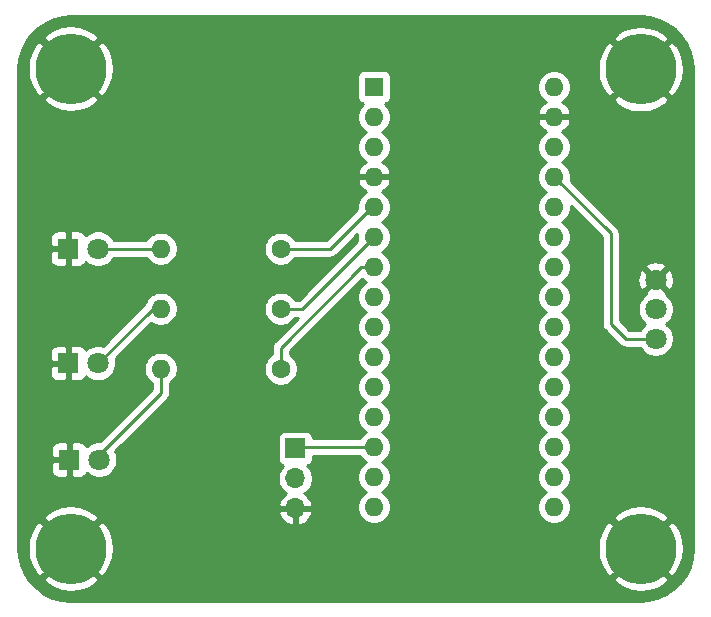
<source format=gbr>
%TF.GenerationSoftware,KiCad,Pcbnew,(5.1.10)-1*%
%TF.CreationDate,2021-09-20T14:14:33-07:00*%
%TF.ProjectId,BumbasiRylan_ElectronicSpeedController,42756d62-6173-4695-9279-6c616e5f456c,rev?*%
%TF.SameCoordinates,Original*%
%TF.FileFunction,Copper,L1,Top*%
%TF.FilePolarity,Positive*%
%FSLAX46Y46*%
G04 Gerber Fmt 4.6, Leading zero omitted, Abs format (unit mm)*
G04 Created by KiCad (PCBNEW (5.1.10)-1) date 2021-09-20 14:14:33*
%MOMM*%
%LPD*%
G01*
G04 APERTURE LIST*
%TA.AperFunction,ComponentPad*%
%ADD10C,0.800000*%
%TD*%
%TA.AperFunction,ComponentPad*%
%ADD11C,6.000000*%
%TD*%
%TA.AperFunction,ComponentPad*%
%ADD12O,1.600000X1.600000*%
%TD*%
%TA.AperFunction,ComponentPad*%
%ADD13C,1.600000*%
%TD*%
%TA.AperFunction,ComponentPad*%
%ADD14C,1.800000*%
%TD*%
%TA.AperFunction,ComponentPad*%
%ADD15R,1.800000X1.800000*%
%TD*%
%TA.AperFunction,ComponentPad*%
%ADD16R,1.600000X1.600000*%
%TD*%
%TA.AperFunction,ComponentPad*%
%ADD17O,1.700000X1.700000*%
%TD*%
%TA.AperFunction,ComponentPad*%
%ADD18R,1.700000X1.700000*%
%TD*%
%TA.AperFunction,Conductor*%
%ADD19C,0.250000*%
%TD*%
%TA.AperFunction,Conductor*%
%ADD20C,0.254000*%
%TD*%
%TA.AperFunction,Conductor*%
%ADD21C,0.100000*%
%TD*%
G04 APERTURE END LIST*
D10*
%TO.P,H4,1*%
%TO.N,GND*%
X159070990Y-79746010D03*
X157480000Y-79087000D03*
X155889010Y-79746010D03*
X155230000Y-81337000D03*
X155889010Y-82927990D03*
X157480000Y-83587000D03*
X159070990Y-82927990D03*
X159730000Y-81337000D03*
D11*
X157480000Y-81337000D03*
%TD*%
D10*
%TO.P,H3,1*%
%TO.N,GND*%
X110810990Y-79689010D03*
X109220000Y-79030000D03*
X107629010Y-79689010D03*
X106970000Y-81280000D03*
X107629010Y-82870990D03*
X109220000Y-83530000D03*
X110810990Y-82870990D03*
X111470000Y-81280000D03*
D11*
X109220000Y-81280000D03*
%TD*%
D10*
%TO.P,H2,1*%
%TO.N,GND*%
X110810990Y-120329010D03*
X109220000Y-119670000D03*
X107629010Y-120329010D03*
X106970000Y-121920000D03*
X107629010Y-123510990D03*
X109220000Y-124170000D03*
X110810990Y-123510990D03*
X111470000Y-121920000D03*
D11*
X109220000Y-121920000D03*
%TD*%
D10*
%TO.P,H1,1*%
%TO.N,GND*%
X159070990Y-120329010D03*
X157480000Y-119670000D03*
X155889010Y-120329010D03*
X155230000Y-121920000D03*
X155889010Y-123510990D03*
X157480000Y-124170000D03*
X159070990Y-123510990D03*
X159730000Y-121920000D03*
D11*
X157480000Y-121920000D03*
%TD*%
D12*
%TO.P,R3,2*%
%TO.N,Net-(LED3-Pad2)*%
X116840000Y-106680000D03*
D13*
%TO.P,R3,1*%
%TO.N,/D4*%
X127000000Y-106680000D03*
%TD*%
D12*
%TO.P,R2,2*%
%TO.N,Net-(LED2-Pad2)*%
X116840000Y-101600000D03*
D13*
%TO.P,R2,1*%
%TO.N,/D3*%
X127000000Y-101600000D03*
%TD*%
D12*
%TO.P,R1,2*%
%TO.N,Net-(LED1-Pad2)*%
X116840000Y-96520000D03*
D13*
%TO.P,R1,1*%
%TO.N,/D2*%
X127000000Y-96520000D03*
%TD*%
D14*
%TO.P,LED3,2*%
%TO.N,Net-(LED3-Pad2)*%
X111640000Y-114380000D03*
D15*
%TO.P,LED3,1*%
%TO.N,GND*%
X109100000Y-114380000D03*
%TD*%
D14*
%TO.P,LED2,2*%
%TO.N,Net-(LED2-Pad2)*%
X111540000Y-106220000D03*
D15*
%TO.P,LED2,1*%
%TO.N,GND*%
X109000000Y-106220000D03*
%TD*%
D14*
%TO.P,LED1,2*%
%TO.N,Net-(LED1-Pad2)*%
X111540000Y-96520000D03*
D15*
%TO.P,LED1,1*%
%TO.N,GND*%
X109000000Y-96520000D03*
%TD*%
D12*
%TO.P,ArduinoNano1,16*%
%TO.N,N/C*%
X150145001Y-118385001D03*
%TO.P,ArduinoNano1,15*%
X134905001Y-118385001D03*
%TO.P,ArduinoNano1,30*%
X150145001Y-82825001D03*
%TO.P,ArduinoNano1,14*%
X134905001Y-115845001D03*
%TO.P,ArduinoNano1,29*%
%TO.N,GND*%
X150145001Y-85365001D03*
%TO.P,ArduinoNano1,13*%
%TO.N,/D10(PWM)*%
X134905001Y-113305001D03*
%TO.P,ArduinoNano1,28*%
%TO.N,N/C*%
X150145001Y-87905001D03*
%TO.P,ArduinoNano1,12*%
X134905001Y-110765001D03*
%TO.P,ArduinoNano1,27*%
%TO.N,/5V*%
X150145001Y-90445001D03*
%TO.P,ArduinoNano1,11*%
%TO.N,N/C*%
X134905001Y-108225001D03*
%TO.P,ArduinoNano1,26*%
X150145001Y-92985001D03*
%TO.P,ArduinoNano1,10*%
X134905001Y-105685001D03*
%TO.P,ArduinoNano1,25*%
X150145001Y-95525001D03*
%TO.P,ArduinoNano1,9*%
X134905001Y-103145001D03*
%TO.P,ArduinoNano1,24*%
X150145001Y-98065001D03*
%TO.P,ArduinoNano1,8*%
X134905001Y-100605001D03*
%TO.P,ArduinoNano1,23*%
X150145001Y-100605001D03*
%TO.P,ArduinoNano1,7*%
%TO.N,/D4*%
X134905001Y-98065001D03*
%TO.P,ArduinoNano1,22*%
%TO.N,N/C*%
X150145001Y-103145001D03*
%TO.P,ArduinoNano1,6*%
%TO.N,/D3*%
X134905001Y-95525001D03*
%TO.P,ArduinoNano1,21*%
%TO.N,N/C*%
X150145001Y-105685001D03*
%TO.P,ArduinoNano1,5*%
%TO.N,/D2*%
X134905001Y-92985001D03*
%TO.P,ArduinoNano1,20*%
%TO.N,N/C*%
X150145001Y-108225001D03*
%TO.P,ArduinoNano1,4*%
%TO.N,GND*%
X134905001Y-90445001D03*
%TO.P,ArduinoNano1,19*%
%TO.N,/A0*%
X150145001Y-110765001D03*
%TO.P,ArduinoNano1,3*%
%TO.N,N/C*%
X134905001Y-87905001D03*
%TO.P,ArduinoNano1,18*%
X150145001Y-113305001D03*
%TO.P,ArduinoNano1,2*%
X134905001Y-85365001D03*
%TO.P,ArduinoNano1,17*%
X150145001Y-115845001D03*
D16*
%TO.P,ArduinoNano1,1*%
X134905001Y-82825001D03*
%TD*%
D17*
%TO.P,ESC1,3*%
%TO.N,GND*%
X128244600Y-118516400D03*
%TO.P,ESC1,2*%
%TO.N,N/C*%
X128244600Y-115976400D03*
D18*
%TO.P,ESC1,1*%
%TO.N,/D10(PWM)*%
X128244600Y-113436400D03*
%TD*%
D14*
%TO.P,POT1,1*%
%TO.N,/5V*%
X158750000Y-104140000D03*
%TO.P,POT1,2*%
%TO.N,/A0*%
X158750000Y-101640000D03*
%TO.P,POT1,3*%
%TO.N,GND*%
X158750000Y-99140000D03*
%TD*%
D19*
%TO.N,Net-(LED1-Pad2)*%
X111540000Y-96520000D02*
X116840000Y-96520000D01*
%TO.N,Net-(LED2-Pad2)*%
X116160000Y-101600000D02*
X116840000Y-101600000D01*
X111540000Y-106220000D02*
X116160000Y-101600000D01*
%TO.N,Net-(LED3-Pad2)*%
X116850000Y-106690000D02*
X116840000Y-106680000D01*
X116850000Y-108750000D02*
X116850000Y-106690000D01*
X111640000Y-113960000D02*
X116850000Y-108750000D01*
X111640000Y-114380000D02*
X111640000Y-113960000D01*
%TO.N,/5V*%
X158750000Y-104140000D02*
X156210000Y-104140000D01*
X156210000Y-104140000D02*
X154940000Y-102870000D01*
X154940000Y-95240000D02*
X150145001Y-90445001D01*
X154940000Y-102870000D02*
X154940000Y-95240000D01*
%TO.N,/D2*%
X127020000Y-96520000D02*
X127000000Y-96520000D01*
X134714999Y-92985001D02*
X134905001Y-92985001D01*
X131180000Y-96520000D02*
X134714999Y-92985001D01*
X127000000Y-96520000D02*
X131180000Y-96520000D01*
%TO.N,/D3*%
X128830002Y-101600000D02*
X134905001Y-95525001D01*
X127000000Y-101600000D02*
X128830002Y-101600000D01*
%TO.N,/D4*%
X127000000Y-106680000D02*
X127000000Y-104900000D01*
X133834999Y-98065001D02*
X134905001Y-98065001D01*
X127000000Y-104900000D02*
X133834999Y-98065001D01*
%TO.N,/D10(PWM)*%
X128375999Y-113305001D02*
X128244600Y-113436400D01*
X134905001Y-113305001D02*
X128375999Y-113305001D01*
%TD*%
D20*
%TO.N,GND*%
X158262249Y-76932437D02*
X159019774Y-77139672D01*
X159728625Y-77477777D01*
X160366404Y-77936067D01*
X160912946Y-78500055D01*
X161350977Y-79151913D01*
X161666651Y-79871038D01*
X161851206Y-80639768D01*
X161900000Y-81304207D01*
X161900001Y-121890597D01*
X161827563Y-122702249D01*
X161620328Y-123459774D01*
X161282221Y-124168627D01*
X160823928Y-124806410D01*
X160259945Y-125352946D01*
X159608085Y-125790978D01*
X158888963Y-126106651D01*
X158120232Y-126291206D01*
X157455792Y-126340000D01*
X109249392Y-126340000D01*
X108437751Y-126267563D01*
X107680226Y-126060328D01*
X106971373Y-125722221D01*
X106333590Y-125263928D01*
X105787054Y-124699945D01*
X105638375Y-124478686D01*
X106840919Y-124478686D01*
X107177106Y-124947868D01*
X107807068Y-125288237D01*
X108491327Y-125499166D01*
X109203589Y-125572550D01*
X109916482Y-125505569D01*
X110602609Y-125300796D01*
X111235603Y-124966102D01*
X111262894Y-124947868D01*
X111599081Y-124478686D01*
X155100919Y-124478686D01*
X155437106Y-124947868D01*
X156067068Y-125288237D01*
X156751327Y-125499166D01*
X157463589Y-125572550D01*
X158176482Y-125505569D01*
X158862609Y-125300796D01*
X159495603Y-124966102D01*
X159522894Y-124947868D01*
X159859081Y-124478686D01*
X157480000Y-122099605D01*
X155100919Y-124478686D01*
X111599081Y-124478686D01*
X109220000Y-122099605D01*
X106840919Y-124478686D01*
X105638375Y-124478686D01*
X105349022Y-124048085D01*
X105033349Y-123328963D01*
X104848794Y-122560232D01*
X104800573Y-121903589D01*
X105567450Y-121903589D01*
X105634431Y-122616482D01*
X105839204Y-123302609D01*
X106173898Y-123935603D01*
X106192132Y-123962894D01*
X106661314Y-124299081D01*
X109040395Y-121920000D01*
X109399605Y-121920000D01*
X111778686Y-124299081D01*
X112247868Y-123962894D01*
X112588237Y-123332932D01*
X112799166Y-122648673D01*
X112872550Y-121936411D01*
X112869467Y-121903589D01*
X153827450Y-121903589D01*
X153894431Y-122616482D01*
X154099204Y-123302609D01*
X154433898Y-123935603D01*
X154452132Y-123962894D01*
X154921314Y-124299081D01*
X157300395Y-121920000D01*
X157659605Y-121920000D01*
X160038686Y-124299081D01*
X160507868Y-123962894D01*
X160848237Y-123332932D01*
X161059166Y-122648673D01*
X161132550Y-121936411D01*
X161065569Y-121223518D01*
X160860796Y-120537391D01*
X160526102Y-119904397D01*
X160507868Y-119877106D01*
X160038686Y-119540919D01*
X157659605Y-121920000D01*
X157300395Y-121920000D01*
X154921314Y-119540919D01*
X154452132Y-119877106D01*
X154111763Y-120507068D01*
X153900834Y-121191327D01*
X153827450Y-121903589D01*
X112869467Y-121903589D01*
X112805569Y-121223518D01*
X112600796Y-120537391D01*
X112266102Y-119904397D01*
X112247868Y-119877106D01*
X111778686Y-119540919D01*
X109399605Y-121920000D01*
X109040395Y-121920000D01*
X106661314Y-119540919D01*
X106192132Y-119877106D01*
X105851763Y-120507068D01*
X105640834Y-121191327D01*
X105567450Y-121903589D01*
X104800573Y-121903589D01*
X104800000Y-121895792D01*
X104800000Y-119361314D01*
X106840919Y-119361314D01*
X109220000Y-121740395D01*
X111599081Y-119361314D01*
X111262894Y-118892132D01*
X111228021Y-118873290D01*
X126803124Y-118873290D01*
X126847775Y-119020499D01*
X126972959Y-119283320D01*
X127147012Y-119516669D01*
X127363245Y-119711578D01*
X127613348Y-119860557D01*
X127887709Y-119957881D01*
X128117600Y-119837214D01*
X128117600Y-118643400D01*
X128371600Y-118643400D01*
X128371600Y-119837214D01*
X128601491Y-119957881D01*
X128875852Y-119860557D01*
X129125955Y-119711578D01*
X129342188Y-119516669D01*
X129516241Y-119283320D01*
X129641425Y-119020499D01*
X129686076Y-118873290D01*
X129564755Y-118643400D01*
X128371600Y-118643400D01*
X128117600Y-118643400D01*
X126924445Y-118643400D01*
X126803124Y-118873290D01*
X111228021Y-118873290D01*
X110632932Y-118551763D01*
X109948673Y-118340834D01*
X109236411Y-118267450D01*
X108523518Y-118334431D01*
X107837391Y-118539204D01*
X107204397Y-118873898D01*
X107177106Y-118892132D01*
X106840919Y-119361314D01*
X104800000Y-119361314D01*
X104800000Y-115280000D01*
X107561928Y-115280000D01*
X107574188Y-115404482D01*
X107610498Y-115524180D01*
X107669463Y-115634494D01*
X107748815Y-115731185D01*
X107845506Y-115810537D01*
X107955820Y-115869502D01*
X108075518Y-115905812D01*
X108200000Y-115918072D01*
X108814250Y-115915000D01*
X108973000Y-115756250D01*
X108973000Y-114507000D01*
X107723750Y-114507000D01*
X107565000Y-114665750D01*
X107561928Y-115280000D01*
X104800000Y-115280000D01*
X104800000Y-113480000D01*
X107561928Y-113480000D01*
X107565000Y-114094250D01*
X107723750Y-114253000D01*
X108973000Y-114253000D01*
X108973000Y-113003750D01*
X109227000Y-113003750D01*
X109227000Y-114253000D01*
X109247000Y-114253000D01*
X109247000Y-114507000D01*
X109227000Y-114507000D01*
X109227000Y-115756250D01*
X109385750Y-115915000D01*
X110000000Y-115918072D01*
X110124482Y-115905812D01*
X110244180Y-115869502D01*
X110354494Y-115810537D01*
X110451185Y-115731185D01*
X110530537Y-115634494D01*
X110589502Y-115524180D01*
X110595056Y-115505873D01*
X110661495Y-115572312D01*
X110912905Y-115740299D01*
X111192257Y-115856011D01*
X111488816Y-115915000D01*
X111791184Y-115915000D01*
X112087743Y-115856011D01*
X112367095Y-115740299D01*
X112618505Y-115572312D01*
X112832312Y-115358505D01*
X113000299Y-115107095D01*
X113116011Y-114827743D01*
X113175000Y-114531184D01*
X113175000Y-114228816D01*
X113116011Y-113932257D01*
X113006625Y-113668176D01*
X117361004Y-109313798D01*
X117390001Y-109290001D01*
X117484974Y-109174276D01*
X117555546Y-109042247D01*
X117599003Y-108898986D01*
X117610000Y-108787333D01*
X117610000Y-108787325D01*
X117613676Y-108750000D01*
X117610000Y-108712675D01*
X117610000Y-107891362D01*
X117754759Y-107794637D01*
X117954637Y-107594759D01*
X118111680Y-107359727D01*
X118219853Y-107098574D01*
X118275000Y-106821335D01*
X118275000Y-106538665D01*
X118219853Y-106261426D01*
X118111680Y-106000273D01*
X117954637Y-105765241D01*
X117754759Y-105565363D01*
X117519727Y-105408320D01*
X117258574Y-105300147D01*
X116981335Y-105245000D01*
X116698665Y-105245000D01*
X116421426Y-105300147D01*
X116160273Y-105408320D01*
X115925241Y-105565363D01*
X115725363Y-105765241D01*
X115568320Y-106000273D01*
X115460147Y-106261426D01*
X115405000Y-106538665D01*
X115405000Y-106821335D01*
X115460147Y-107098574D01*
X115568320Y-107359727D01*
X115725363Y-107594759D01*
X115925241Y-107794637D01*
X116090000Y-107904725D01*
X116090000Y-108435198D01*
X111680199Y-112845000D01*
X111488816Y-112845000D01*
X111192257Y-112903989D01*
X110912905Y-113019701D01*
X110661495Y-113187688D01*
X110595056Y-113254127D01*
X110589502Y-113235820D01*
X110530537Y-113125506D01*
X110451185Y-113028815D01*
X110354494Y-112949463D01*
X110244180Y-112890498D01*
X110124482Y-112854188D01*
X110000000Y-112841928D01*
X109385750Y-112845000D01*
X109227000Y-113003750D01*
X108973000Y-113003750D01*
X108814250Y-112845000D01*
X108200000Y-112841928D01*
X108075518Y-112854188D01*
X107955820Y-112890498D01*
X107845506Y-112949463D01*
X107748815Y-113028815D01*
X107669463Y-113125506D01*
X107610498Y-113235820D01*
X107574188Y-113355518D01*
X107561928Y-113480000D01*
X104800000Y-113480000D01*
X104800000Y-107120000D01*
X107461928Y-107120000D01*
X107474188Y-107244482D01*
X107510498Y-107364180D01*
X107569463Y-107474494D01*
X107648815Y-107571185D01*
X107745506Y-107650537D01*
X107855820Y-107709502D01*
X107975518Y-107745812D01*
X108100000Y-107758072D01*
X108714250Y-107755000D01*
X108873000Y-107596250D01*
X108873000Y-106347000D01*
X107623750Y-106347000D01*
X107465000Y-106505750D01*
X107461928Y-107120000D01*
X104800000Y-107120000D01*
X104800000Y-105320000D01*
X107461928Y-105320000D01*
X107465000Y-105934250D01*
X107623750Y-106093000D01*
X108873000Y-106093000D01*
X108873000Y-104843750D01*
X109127000Y-104843750D01*
X109127000Y-106093000D01*
X109147000Y-106093000D01*
X109147000Y-106347000D01*
X109127000Y-106347000D01*
X109127000Y-107596250D01*
X109285750Y-107755000D01*
X109900000Y-107758072D01*
X110024482Y-107745812D01*
X110144180Y-107709502D01*
X110254494Y-107650537D01*
X110351185Y-107571185D01*
X110430537Y-107474494D01*
X110489502Y-107364180D01*
X110495056Y-107345873D01*
X110561495Y-107412312D01*
X110812905Y-107580299D01*
X111092257Y-107696011D01*
X111388816Y-107755000D01*
X111691184Y-107755000D01*
X111987743Y-107696011D01*
X112267095Y-107580299D01*
X112518505Y-107412312D01*
X112732312Y-107198505D01*
X112900299Y-106947095D01*
X113016011Y-106667743D01*
X113075000Y-106371184D01*
X113075000Y-106068816D01*
X113023731Y-105811070D01*
X116042089Y-102792712D01*
X116160273Y-102871680D01*
X116421426Y-102979853D01*
X116698665Y-103035000D01*
X116981335Y-103035000D01*
X117258574Y-102979853D01*
X117519727Y-102871680D01*
X117754759Y-102714637D01*
X117954637Y-102514759D01*
X118111680Y-102279727D01*
X118219853Y-102018574D01*
X118275000Y-101741335D01*
X118275000Y-101458665D01*
X118219853Y-101181426D01*
X118111680Y-100920273D01*
X117954637Y-100685241D01*
X117754759Y-100485363D01*
X117519727Y-100328320D01*
X117258574Y-100220147D01*
X116981335Y-100165000D01*
X116698665Y-100165000D01*
X116421426Y-100220147D01*
X116160273Y-100328320D01*
X115925241Y-100485363D01*
X115725363Y-100685241D01*
X115568320Y-100920273D01*
X115460147Y-101181426D01*
X115449315Y-101235883D01*
X111948930Y-104736269D01*
X111691184Y-104685000D01*
X111388816Y-104685000D01*
X111092257Y-104743989D01*
X110812905Y-104859701D01*
X110561495Y-105027688D01*
X110495056Y-105094127D01*
X110489502Y-105075820D01*
X110430537Y-104965506D01*
X110351185Y-104868815D01*
X110254494Y-104789463D01*
X110144180Y-104730498D01*
X110024482Y-104694188D01*
X109900000Y-104681928D01*
X109285750Y-104685000D01*
X109127000Y-104843750D01*
X108873000Y-104843750D01*
X108714250Y-104685000D01*
X108100000Y-104681928D01*
X107975518Y-104694188D01*
X107855820Y-104730498D01*
X107745506Y-104789463D01*
X107648815Y-104868815D01*
X107569463Y-104965506D01*
X107510498Y-105075820D01*
X107474188Y-105195518D01*
X107461928Y-105320000D01*
X104800000Y-105320000D01*
X104800000Y-97420000D01*
X107461928Y-97420000D01*
X107474188Y-97544482D01*
X107510498Y-97664180D01*
X107569463Y-97774494D01*
X107648815Y-97871185D01*
X107745506Y-97950537D01*
X107855820Y-98009502D01*
X107975518Y-98045812D01*
X108100000Y-98058072D01*
X108714250Y-98055000D01*
X108873000Y-97896250D01*
X108873000Y-96647000D01*
X107623750Y-96647000D01*
X107465000Y-96805750D01*
X107461928Y-97420000D01*
X104800000Y-97420000D01*
X104800000Y-95620000D01*
X107461928Y-95620000D01*
X107465000Y-96234250D01*
X107623750Y-96393000D01*
X108873000Y-96393000D01*
X108873000Y-95143750D01*
X109127000Y-95143750D01*
X109127000Y-96393000D01*
X109147000Y-96393000D01*
X109147000Y-96647000D01*
X109127000Y-96647000D01*
X109127000Y-97896250D01*
X109285750Y-98055000D01*
X109900000Y-98058072D01*
X110024482Y-98045812D01*
X110144180Y-98009502D01*
X110254494Y-97950537D01*
X110351185Y-97871185D01*
X110430537Y-97774494D01*
X110489502Y-97664180D01*
X110495056Y-97645873D01*
X110561495Y-97712312D01*
X110812905Y-97880299D01*
X111092257Y-97996011D01*
X111388816Y-98055000D01*
X111691184Y-98055000D01*
X111987743Y-97996011D01*
X112267095Y-97880299D01*
X112518505Y-97712312D01*
X112732312Y-97498505D01*
X112878313Y-97280000D01*
X115621957Y-97280000D01*
X115725363Y-97434759D01*
X115925241Y-97634637D01*
X116160273Y-97791680D01*
X116421426Y-97899853D01*
X116698665Y-97955000D01*
X116981335Y-97955000D01*
X117258574Y-97899853D01*
X117519727Y-97791680D01*
X117754759Y-97634637D01*
X117954637Y-97434759D01*
X118111680Y-97199727D01*
X118219853Y-96938574D01*
X118275000Y-96661335D01*
X118275000Y-96378665D01*
X125565000Y-96378665D01*
X125565000Y-96661335D01*
X125620147Y-96938574D01*
X125728320Y-97199727D01*
X125885363Y-97434759D01*
X126085241Y-97634637D01*
X126320273Y-97791680D01*
X126581426Y-97899853D01*
X126858665Y-97955000D01*
X127141335Y-97955000D01*
X127418574Y-97899853D01*
X127679727Y-97791680D01*
X127914759Y-97634637D01*
X128114637Y-97434759D01*
X128218043Y-97280000D01*
X131142678Y-97280000D01*
X131180000Y-97283676D01*
X131217322Y-97280000D01*
X131217333Y-97280000D01*
X131328986Y-97269003D01*
X131472247Y-97225546D01*
X131604276Y-97154974D01*
X131720001Y-97060001D01*
X131743804Y-97030997D01*
X133489584Y-95285218D01*
X133470001Y-95383666D01*
X133470001Y-95666336D01*
X133506313Y-95848887D01*
X128515201Y-100840000D01*
X128218043Y-100840000D01*
X128114637Y-100685241D01*
X127914759Y-100485363D01*
X127679727Y-100328320D01*
X127418574Y-100220147D01*
X127141335Y-100165000D01*
X126858665Y-100165000D01*
X126581426Y-100220147D01*
X126320273Y-100328320D01*
X126085241Y-100485363D01*
X125885363Y-100685241D01*
X125728320Y-100920273D01*
X125620147Y-101181426D01*
X125565000Y-101458665D01*
X125565000Y-101741335D01*
X125620147Y-102018574D01*
X125728320Y-102279727D01*
X125885363Y-102514759D01*
X126085241Y-102714637D01*
X126320273Y-102871680D01*
X126581426Y-102979853D01*
X126858665Y-103035000D01*
X127141335Y-103035000D01*
X127418574Y-102979853D01*
X127679727Y-102871680D01*
X127914759Y-102714637D01*
X128114637Y-102514759D01*
X128218043Y-102360000D01*
X128465199Y-102360000D01*
X126488998Y-104336201D01*
X126460000Y-104359999D01*
X126436202Y-104388997D01*
X126436201Y-104388998D01*
X126365026Y-104475724D01*
X126294454Y-104607754D01*
X126271023Y-104685000D01*
X126257222Y-104730498D01*
X126250998Y-104751015D01*
X126236324Y-104900000D01*
X126240001Y-104937332D01*
X126240001Y-105461956D01*
X126085241Y-105565363D01*
X125885363Y-105765241D01*
X125728320Y-106000273D01*
X125620147Y-106261426D01*
X125565000Y-106538665D01*
X125565000Y-106821335D01*
X125620147Y-107098574D01*
X125728320Y-107359727D01*
X125885363Y-107594759D01*
X126085241Y-107794637D01*
X126320273Y-107951680D01*
X126581426Y-108059853D01*
X126858665Y-108115000D01*
X127141335Y-108115000D01*
X127418574Y-108059853D01*
X127679727Y-107951680D01*
X127914759Y-107794637D01*
X128114637Y-107594759D01*
X128271680Y-107359727D01*
X128379853Y-107098574D01*
X128435000Y-106821335D01*
X128435000Y-106538665D01*
X128379853Y-106261426D01*
X128271680Y-106000273D01*
X128114637Y-105765241D01*
X127914759Y-105565363D01*
X127760000Y-105461957D01*
X127760000Y-105214801D01*
X133892703Y-99082099D01*
X133990242Y-99179638D01*
X134222760Y-99335001D01*
X133990242Y-99490364D01*
X133790364Y-99690242D01*
X133633321Y-99925274D01*
X133525148Y-100186427D01*
X133470001Y-100463666D01*
X133470001Y-100746336D01*
X133525148Y-101023575D01*
X133633321Y-101284728D01*
X133790364Y-101519760D01*
X133990242Y-101719638D01*
X134222760Y-101875001D01*
X133990242Y-102030364D01*
X133790364Y-102230242D01*
X133633321Y-102465274D01*
X133525148Y-102726427D01*
X133470001Y-103003666D01*
X133470001Y-103286336D01*
X133525148Y-103563575D01*
X133633321Y-103824728D01*
X133790364Y-104059760D01*
X133990242Y-104259638D01*
X134222760Y-104415001D01*
X133990242Y-104570364D01*
X133790364Y-104770242D01*
X133633321Y-105005274D01*
X133525148Y-105266427D01*
X133470001Y-105543666D01*
X133470001Y-105826336D01*
X133525148Y-106103575D01*
X133633321Y-106364728D01*
X133790364Y-106599760D01*
X133990242Y-106799638D01*
X134222760Y-106955001D01*
X133990242Y-107110364D01*
X133790364Y-107310242D01*
X133633321Y-107545274D01*
X133525148Y-107806427D01*
X133470001Y-108083666D01*
X133470001Y-108366336D01*
X133525148Y-108643575D01*
X133633321Y-108904728D01*
X133790364Y-109139760D01*
X133990242Y-109339638D01*
X134222760Y-109495001D01*
X133990242Y-109650364D01*
X133790364Y-109850242D01*
X133633321Y-110085274D01*
X133525148Y-110346427D01*
X133470001Y-110623666D01*
X133470001Y-110906336D01*
X133525148Y-111183575D01*
X133633321Y-111444728D01*
X133790364Y-111679760D01*
X133990242Y-111879638D01*
X134222760Y-112035001D01*
X133990242Y-112190364D01*
X133790364Y-112390242D01*
X133686958Y-112545001D01*
X129728595Y-112545001D01*
X129720412Y-112461918D01*
X129684102Y-112342220D01*
X129625137Y-112231906D01*
X129545785Y-112135215D01*
X129449094Y-112055863D01*
X129338780Y-111996898D01*
X129219082Y-111960588D01*
X129094600Y-111948328D01*
X127394600Y-111948328D01*
X127270118Y-111960588D01*
X127150420Y-111996898D01*
X127040106Y-112055863D01*
X126943415Y-112135215D01*
X126864063Y-112231906D01*
X126805098Y-112342220D01*
X126768788Y-112461918D01*
X126756528Y-112586400D01*
X126756528Y-114286400D01*
X126768788Y-114410882D01*
X126805098Y-114530580D01*
X126864063Y-114640894D01*
X126943415Y-114737585D01*
X127040106Y-114816937D01*
X127150420Y-114875902D01*
X127222980Y-114897913D01*
X127091125Y-115029768D01*
X126928610Y-115272989D01*
X126816668Y-115543242D01*
X126759600Y-115830140D01*
X126759600Y-116122660D01*
X126816668Y-116409558D01*
X126928610Y-116679811D01*
X127091125Y-116923032D01*
X127297968Y-117129875D01*
X127480134Y-117251595D01*
X127363245Y-117321222D01*
X127147012Y-117516131D01*
X126972959Y-117749480D01*
X126847775Y-118012301D01*
X126803124Y-118159510D01*
X126924445Y-118389400D01*
X128117600Y-118389400D01*
X128117600Y-118369400D01*
X128371600Y-118369400D01*
X128371600Y-118389400D01*
X129564755Y-118389400D01*
X129686076Y-118159510D01*
X129641425Y-118012301D01*
X129516241Y-117749480D01*
X129342188Y-117516131D01*
X129125955Y-117321222D01*
X129009066Y-117251595D01*
X129191232Y-117129875D01*
X129398075Y-116923032D01*
X129560590Y-116679811D01*
X129672532Y-116409558D01*
X129729600Y-116122660D01*
X129729600Y-115830140D01*
X129672532Y-115543242D01*
X129560590Y-115272989D01*
X129398075Y-115029768D01*
X129266220Y-114897913D01*
X129338780Y-114875902D01*
X129449094Y-114816937D01*
X129545785Y-114737585D01*
X129625137Y-114640894D01*
X129684102Y-114530580D01*
X129720412Y-114410882D01*
X129732672Y-114286400D01*
X129732672Y-114065001D01*
X133686958Y-114065001D01*
X133790364Y-114219760D01*
X133990242Y-114419638D01*
X134222760Y-114575001D01*
X133990242Y-114730364D01*
X133790364Y-114930242D01*
X133633321Y-115165274D01*
X133525148Y-115426427D01*
X133470001Y-115703666D01*
X133470001Y-115986336D01*
X133525148Y-116263575D01*
X133633321Y-116524728D01*
X133790364Y-116759760D01*
X133990242Y-116959638D01*
X134222760Y-117115001D01*
X133990242Y-117270364D01*
X133790364Y-117470242D01*
X133633321Y-117705274D01*
X133525148Y-117966427D01*
X133470001Y-118243666D01*
X133470001Y-118526336D01*
X133525148Y-118803575D01*
X133633321Y-119064728D01*
X133790364Y-119299760D01*
X133990242Y-119499638D01*
X134225274Y-119656681D01*
X134486427Y-119764854D01*
X134763666Y-119820001D01*
X135046336Y-119820001D01*
X135323575Y-119764854D01*
X135584728Y-119656681D01*
X135819760Y-119499638D01*
X136019638Y-119299760D01*
X136176681Y-119064728D01*
X136284854Y-118803575D01*
X136340001Y-118526336D01*
X136340001Y-118243666D01*
X136284854Y-117966427D01*
X136176681Y-117705274D01*
X136019638Y-117470242D01*
X135819760Y-117270364D01*
X135587242Y-117115001D01*
X135819760Y-116959638D01*
X136019638Y-116759760D01*
X136176681Y-116524728D01*
X136284854Y-116263575D01*
X136340001Y-115986336D01*
X136340001Y-115703666D01*
X136284854Y-115426427D01*
X136176681Y-115165274D01*
X136019638Y-114930242D01*
X135819760Y-114730364D01*
X135587242Y-114575001D01*
X135819760Y-114419638D01*
X136019638Y-114219760D01*
X136176681Y-113984728D01*
X136284854Y-113723575D01*
X136340001Y-113446336D01*
X136340001Y-113163666D01*
X136284854Y-112886427D01*
X136176681Y-112625274D01*
X136019638Y-112390242D01*
X135819760Y-112190364D01*
X135587242Y-112035001D01*
X135819760Y-111879638D01*
X136019638Y-111679760D01*
X136176681Y-111444728D01*
X136284854Y-111183575D01*
X136340001Y-110906336D01*
X136340001Y-110623666D01*
X136284854Y-110346427D01*
X136176681Y-110085274D01*
X136019638Y-109850242D01*
X135819760Y-109650364D01*
X135587242Y-109495001D01*
X135819760Y-109339638D01*
X136019638Y-109139760D01*
X136176681Y-108904728D01*
X136284854Y-108643575D01*
X136340001Y-108366336D01*
X136340001Y-108083666D01*
X136284854Y-107806427D01*
X136176681Y-107545274D01*
X136019638Y-107310242D01*
X135819760Y-107110364D01*
X135587242Y-106955001D01*
X135819760Y-106799638D01*
X136019638Y-106599760D01*
X136176681Y-106364728D01*
X136284854Y-106103575D01*
X136340001Y-105826336D01*
X136340001Y-105543666D01*
X136284854Y-105266427D01*
X136176681Y-105005274D01*
X136019638Y-104770242D01*
X135819760Y-104570364D01*
X135587242Y-104415001D01*
X135819760Y-104259638D01*
X136019638Y-104059760D01*
X136176681Y-103824728D01*
X136284854Y-103563575D01*
X136340001Y-103286336D01*
X136340001Y-103003666D01*
X136284854Y-102726427D01*
X136176681Y-102465274D01*
X136019638Y-102230242D01*
X135819760Y-102030364D01*
X135587242Y-101875001D01*
X135819760Y-101719638D01*
X136019638Y-101519760D01*
X136176681Y-101284728D01*
X136284854Y-101023575D01*
X136340001Y-100746336D01*
X136340001Y-100463666D01*
X136284854Y-100186427D01*
X136176681Y-99925274D01*
X136019638Y-99690242D01*
X135819760Y-99490364D01*
X135587242Y-99335001D01*
X135819760Y-99179638D01*
X136019638Y-98979760D01*
X136176681Y-98744728D01*
X136284854Y-98483575D01*
X136340001Y-98206336D01*
X136340001Y-97923666D01*
X136284854Y-97646427D01*
X136176681Y-97385274D01*
X136019638Y-97150242D01*
X135819760Y-96950364D01*
X135587242Y-96795001D01*
X135819760Y-96639638D01*
X136019638Y-96439760D01*
X136176681Y-96204728D01*
X136284854Y-95943575D01*
X136340001Y-95666336D01*
X136340001Y-95383666D01*
X136284854Y-95106427D01*
X136176681Y-94845274D01*
X136019638Y-94610242D01*
X135819760Y-94410364D01*
X135587242Y-94255001D01*
X135819760Y-94099638D01*
X136019638Y-93899760D01*
X136176681Y-93664728D01*
X136284854Y-93403575D01*
X136340001Y-93126336D01*
X136340001Y-92843666D01*
X136284854Y-92566427D01*
X136176681Y-92305274D01*
X136019638Y-92070242D01*
X135819760Y-91870364D01*
X135584728Y-91713321D01*
X135574136Y-91708934D01*
X135760132Y-91597386D01*
X135968520Y-91408415D01*
X136136038Y-91182421D01*
X136256247Y-90928088D01*
X136296905Y-90794040D01*
X136174916Y-90572001D01*
X135032001Y-90572001D01*
X135032001Y-90592001D01*
X134778001Y-90592001D01*
X134778001Y-90572001D01*
X133635086Y-90572001D01*
X133513097Y-90794040D01*
X133553755Y-90928088D01*
X133673964Y-91182421D01*
X133841482Y-91408415D01*
X134049870Y-91597386D01*
X134235866Y-91708934D01*
X134225274Y-91713321D01*
X133990242Y-91870364D01*
X133790364Y-92070242D01*
X133633321Y-92305274D01*
X133525148Y-92566427D01*
X133470001Y-92843666D01*
X133470001Y-93126336D01*
X133474789Y-93150409D01*
X130865199Y-95760000D01*
X128218043Y-95760000D01*
X128114637Y-95605241D01*
X127914759Y-95405363D01*
X127679727Y-95248320D01*
X127418574Y-95140147D01*
X127141335Y-95085000D01*
X126858665Y-95085000D01*
X126581426Y-95140147D01*
X126320273Y-95248320D01*
X126085241Y-95405363D01*
X125885363Y-95605241D01*
X125728320Y-95840273D01*
X125620147Y-96101426D01*
X125565000Y-96378665D01*
X118275000Y-96378665D01*
X118219853Y-96101426D01*
X118111680Y-95840273D01*
X117954637Y-95605241D01*
X117754759Y-95405363D01*
X117519727Y-95248320D01*
X117258574Y-95140147D01*
X116981335Y-95085000D01*
X116698665Y-95085000D01*
X116421426Y-95140147D01*
X116160273Y-95248320D01*
X115925241Y-95405363D01*
X115725363Y-95605241D01*
X115621957Y-95760000D01*
X112878313Y-95760000D01*
X112732312Y-95541495D01*
X112518505Y-95327688D01*
X112267095Y-95159701D01*
X111987743Y-95043989D01*
X111691184Y-94985000D01*
X111388816Y-94985000D01*
X111092257Y-95043989D01*
X110812905Y-95159701D01*
X110561495Y-95327688D01*
X110495056Y-95394127D01*
X110489502Y-95375820D01*
X110430537Y-95265506D01*
X110351185Y-95168815D01*
X110254494Y-95089463D01*
X110144180Y-95030498D01*
X110024482Y-94994188D01*
X109900000Y-94981928D01*
X109285750Y-94985000D01*
X109127000Y-95143750D01*
X108873000Y-95143750D01*
X108714250Y-94985000D01*
X108100000Y-94981928D01*
X107975518Y-94994188D01*
X107855820Y-95030498D01*
X107745506Y-95089463D01*
X107648815Y-95168815D01*
X107569463Y-95265506D01*
X107510498Y-95375820D01*
X107474188Y-95495518D01*
X107461928Y-95620000D01*
X104800000Y-95620000D01*
X104800000Y-83838686D01*
X106840919Y-83838686D01*
X107177106Y-84307868D01*
X107807068Y-84648237D01*
X108491327Y-84859166D01*
X109203589Y-84932550D01*
X109916482Y-84865569D01*
X110602609Y-84660796D01*
X111235603Y-84326102D01*
X111262894Y-84307868D01*
X111599081Y-83838686D01*
X109220000Y-81459605D01*
X106840919Y-83838686D01*
X104800000Y-83838686D01*
X104800000Y-81309392D01*
X104804087Y-81263589D01*
X105567450Y-81263589D01*
X105634431Y-81976482D01*
X105839204Y-82662609D01*
X106173898Y-83295603D01*
X106192132Y-83322894D01*
X106661314Y-83659081D01*
X109040395Y-81280000D01*
X109399605Y-81280000D01*
X111778686Y-83659081D01*
X112247868Y-83322894D01*
X112588237Y-82692932D01*
X112794132Y-82025001D01*
X133466929Y-82025001D01*
X133466929Y-83625001D01*
X133479189Y-83749483D01*
X133515499Y-83869181D01*
X133574464Y-83979495D01*
X133653816Y-84076186D01*
X133750507Y-84155538D01*
X133860821Y-84214503D01*
X133980519Y-84250813D01*
X133988962Y-84251644D01*
X133790364Y-84450242D01*
X133633321Y-84685274D01*
X133525148Y-84946427D01*
X133470001Y-85223666D01*
X133470001Y-85506336D01*
X133525148Y-85783575D01*
X133633321Y-86044728D01*
X133790364Y-86279760D01*
X133990242Y-86479638D01*
X134222760Y-86635001D01*
X133990242Y-86790364D01*
X133790364Y-86990242D01*
X133633321Y-87225274D01*
X133525148Y-87486427D01*
X133470001Y-87763666D01*
X133470001Y-88046336D01*
X133525148Y-88323575D01*
X133633321Y-88584728D01*
X133790364Y-88819760D01*
X133990242Y-89019638D01*
X134225274Y-89176681D01*
X134235866Y-89181068D01*
X134049870Y-89292616D01*
X133841482Y-89481587D01*
X133673964Y-89707581D01*
X133553755Y-89961914D01*
X133513097Y-90095962D01*
X133635086Y-90318001D01*
X134778001Y-90318001D01*
X134778001Y-90298001D01*
X135032001Y-90298001D01*
X135032001Y-90318001D01*
X136174916Y-90318001D01*
X136296905Y-90095962D01*
X136256247Y-89961914D01*
X136136038Y-89707581D01*
X135968520Y-89481587D01*
X135760132Y-89292616D01*
X135574136Y-89181068D01*
X135584728Y-89176681D01*
X135819760Y-89019638D01*
X136019638Y-88819760D01*
X136176681Y-88584728D01*
X136284854Y-88323575D01*
X136340001Y-88046336D01*
X136340001Y-87763666D01*
X148710001Y-87763666D01*
X148710001Y-88046336D01*
X148765148Y-88323575D01*
X148873321Y-88584728D01*
X149030364Y-88819760D01*
X149230242Y-89019638D01*
X149462760Y-89175001D01*
X149230242Y-89330364D01*
X149030364Y-89530242D01*
X148873321Y-89765274D01*
X148765148Y-90026427D01*
X148710001Y-90303666D01*
X148710001Y-90586336D01*
X148765148Y-90863575D01*
X148873321Y-91124728D01*
X149030364Y-91359760D01*
X149230242Y-91559638D01*
X149462760Y-91715001D01*
X149230242Y-91870364D01*
X149030364Y-92070242D01*
X148873321Y-92305274D01*
X148765148Y-92566427D01*
X148710001Y-92843666D01*
X148710001Y-93126336D01*
X148765148Y-93403575D01*
X148873321Y-93664728D01*
X149030364Y-93899760D01*
X149230242Y-94099638D01*
X149462760Y-94255001D01*
X149230242Y-94410364D01*
X149030364Y-94610242D01*
X148873321Y-94845274D01*
X148765148Y-95106427D01*
X148710001Y-95383666D01*
X148710001Y-95666336D01*
X148765148Y-95943575D01*
X148873321Y-96204728D01*
X149030364Y-96439760D01*
X149230242Y-96639638D01*
X149462760Y-96795001D01*
X149230242Y-96950364D01*
X149030364Y-97150242D01*
X148873321Y-97385274D01*
X148765148Y-97646427D01*
X148710001Y-97923666D01*
X148710001Y-98206336D01*
X148765148Y-98483575D01*
X148873321Y-98744728D01*
X149030364Y-98979760D01*
X149230242Y-99179638D01*
X149462760Y-99335001D01*
X149230242Y-99490364D01*
X149030364Y-99690242D01*
X148873321Y-99925274D01*
X148765148Y-100186427D01*
X148710001Y-100463666D01*
X148710001Y-100746336D01*
X148765148Y-101023575D01*
X148873321Y-101284728D01*
X149030364Y-101519760D01*
X149230242Y-101719638D01*
X149462760Y-101875001D01*
X149230242Y-102030364D01*
X149030364Y-102230242D01*
X148873321Y-102465274D01*
X148765148Y-102726427D01*
X148710001Y-103003666D01*
X148710001Y-103286336D01*
X148765148Y-103563575D01*
X148873321Y-103824728D01*
X149030364Y-104059760D01*
X149230242Y-104259638D01*
X149462760Y-104415001D01*
X149230242Y-104570364D01*
X149030364Y-104770242D01*
X148873321Y-105005274D01*
X148765148Y-105266427D01*
X148710001Y-105543666D01*
X148710001Y-105826336D01*
X148765148Y-106103575D01*
X148873321Y-106364728D01*
X149030364Y-106599760D01*
X149230242Y-106799638D01*
X149462760Y-106955001D01*
X149230242Y-107110364D01*
X149030364Y-107310242D01*
X148873321Y-107545274D01*
X148765148Y-107806427D01*
X148710001Y-108083666D01*
X148710001Y-108366336D01*
X148765148Y-108643575D01*
X148873321Y-108904728D01*
X149030364Y-109139760D01*
X149230242Y-109339638D01*
X149462760Y-109495001D01*
X149230242Y-109650364D01*
X149030364Y-109850242D01*
X148873321Y-110085274D01*
X148765148Y-110346427D01*
X148710001Y-110623666D01*
X148710001Y-110906336D01*
X148765148Y-111183575D01*
X148873321Y-111444728D01*
X149030364Y-111679760D01*
X149230242Y-111879638D01*
X149462760Y-112035001D01*
X149230242Y-112190364D01*
X149030364Y-112390242D01*
X148873321Y-112625274D01*
X148765148Y-112886427D01*
X148710001Y-113163666D01*
X148710001Y-113446336D01*
X148765148Y-113723575D01*
X148873321Y-113984728D01*
X149030364Y-114219760D01*
X149230242Y-114419638D01*
X149462760Y-114575001D01*
X149230242Y-114730364D01*
X149030364Y-114930242D01*
X148873321Y-115165274D01*
X148765148Y-115426427D01*
X148710001Y-115703666D01*
X148710001Y-115986336D01*
X148765148Y-116263575D01*
X148873321Y-116524728D01*
X149030364Y-116759760D01*
X149230242Y-116959638D01*
X149462760Y-117115001D01*
X149230242Y-117270364D01*
X149030364Y-117470242D01*
X148873321Y-117705274D01*
X148765148Y-117966427D01*
X148710001Y-118243666D01*
X148710001Y-118526336D01*
X148765148Y-118803575D01*
X148873321Y-119064728D01*
X149030364Y-119299760D01*
X149230242Y-119499638D01*
X149465274Y-119656681D01*
X149726427Y-119764854D01*
X150003666Y-119820001D01*
X150286336Y-119820001D01*
X150563575Y-119764854D01*
X150824728Y-119656681D01*
X151059760Y-119499638D01*
X151198084Y-119361314D01*
X155100919Y-119361314D01*
X157480000Y-121740395D01*
X159859081Y-119361314D01*
X159522894Y-118892132D01*
X158892932Y-118551763D01*
X158208673Y-118340834D01*
X157496411Y-118267450D01*
X156783518Y-118334431D01*
X156097391Y-118539204D01*
X155464397Y-118873898D01*
X155437106Y-118892132D01*
X155100919Y-119361314D01*
X151198084Y-119361314D01*
X151259638Y-119299760D01*
X151416681Y-119064728D01*
X151524854Y-118803575D01*
X151580001Y-118526336D01*
X151580001Y-118243666D01*
X151524854Y-117966427D01*
X151416681Y-117705274D01*
X151259638Y-117470242D01*
X151059760Y-117270364D01*
X150827242Y-117115001D01*
X151059760Y-116959638D01*
X151259638Y-116759760D01*
X151416681Y-116524728D01*
X151524854Y-116263575D01*
X151580001Y-115986336D01*
X151580001Y-115703666D01*
X151524854Y-115426427D01*
X151416681Y-115165274D01*
X151259638Y-114930242D01*
X151059760Y-114730364D01*
X150827242Y-114575001D01*
X151059760Y-114419638D01*
X151259638Y-114219760D01*
X151416681Y-113984728D01*
X151524854Y-113723575D01*
X151580001Y-113446336D01*
X151580001Y-113163666D01*
X151524854Y-112886427D01*
X151416681Y-112625274D01*
X151259638Y-112390242D01*
X151059760Y-112190364D01*
X150827242Y-112035001D01*
X151059760Y-111879638D01*
X151259638Y-111679760D01*
X151416681Y-111444728D01*
X151524854Y-111183575D01*
X151580001Y-110906336D01*
X151580001Y-110623666D01*
X151524854Y-110346427D01*
X151416681Y-110085274D01*
X151259638Y-109850242D01*
X151059760Y-109650364D01*
X150827242Y-109495001D01*
X151059760Y-109339638D01*
X151259638Y-109139760D01*
X151416681Y-108904728D01*
X151524854Y-108643575D01*
X151580001Y-108366336D01*
X151580001Y-108083666D01*
X151524854Y-107806427D01*
X151416681Y-107545274D01*
X151259638Y-107310242D01*
X151059760Y-107110364D01*
X150827242Y-106955001D01*
X151059760Y-106799638D01*
X151259638Y-106599760D01*
X151416681Y-106364728D01*
X151524854Y-106103575D01*
X151580001Y-105826336D01*
X151580001Y-105543666D01*
X151524854Y-105266427D01*
X151416681Y-105005274D01*
X151259638Y-104770242D01*
X151059760Y-104570364D01*
X150827242Y-104415001D01*
X151059760Y-104259638D01*
X151259638Y-104059760D01*
X151416681Y-103824728D01*
X151524854Y-103563575D01*
X151580001Y-103286336D01*
X151580001Y-103003666D01*
X151524854Y-102726427D01*
X151416681Y-102465274D01*
X151259638Y-102230242D01*
X151059760Y-102030364D01*
X150827242Y-101875001D01*
X151059760Y-101719638D01*
X151259638Y-101519760D01*
X151416681Y-101284728D01*
X151524854Y-101023575D01*
X151580001Y-100746336D01*
X151580001Y-100463666D01*
X151524854Y-100186427D01*
X151416681Y-99925274D01*
X151259638Y-99690242D01*
X151059760Y-99490364D01*
X150827242Y-99335001D01*
X151059760Y-99179638D01*
X151259638Y-98979760D01*
X151416681Y-98744728D01*
X151524854Y-98483575D01*
X151580001Y-98206336D01*
X151580001Y-97923666D01*
X151524854Y-97646427D01*
X151416681Y-97385274D01*
X151259638Y-97150242D01*
X151059760Y-96950364D01*
X150827242Y-96795001D01*
X151059760Y-96639638D01*
X151259638Y-96439760D01*
X151416681Y-96204728D01*
X151524854Y-95943575D01*
X151580001Y-95666336D01*
X151580001Y-95383666D01*
X151524854Y-95106427D01*
X151416681Y-94845274D01*
X151259638Y-94610242D01*
X151059760Y-94410364D01*
X150827242Y-94255001D01*
X151059760Y-94099638D01*
X151259638Y-93899760D01*
X151416681Y-93664728D01*
X151524854Y-93403575D01*
X151580001Y-93126336D01*
X151580001Y-92954802D01*
X154180001Y-95554803D01*
X154180000Y-102832678D01*
X154176324Y-102870000D01*
X154180000Y-102907322D01*
X154180000Y-102907332D01*
X154190997Y-103018985D01*
X154220429Y-103116011D01*
X154234454Y-103162246D01*
X154305026Y-103294276D01*
X154344871Y-103342826D01*
X154399999Y-103410001D01*
X154429003Y-103433804D01*
X155646201Y-104651003D01*
X155669999Y-104680001D01*
X155785724Y-104774974D01*
X155917753Y-104845546D01*
X156061014Y-104889003D01*
X156172667Y-104900000D01*
X156172676Y-104900000D01*
X156209999Y-104903676D01*
X156247322Y-104900000D01*
X157411687Y-104900000D01*
X157557688Y-105118505D01*
X157771495Y-105332312D01*
X158022905Y-105500299D01*
X158302257Y-105616011D01*
X158598816Y-105675000D01*
X158901184Y-105675000D01*
X159197743Y-105616011D01*
X159477095Y-105500299D01*
X159728505Y-105332312D01*
X159942312Y-105118505D01*
X160110299Y-104867095D01*
X160226011Y-104587743D01*
X160285000Y-104291184D01*
X160285000Y-103988816D01*
X160226011Y-103692257D01*
X160110299Y-103412905D01*
X159942312Y-103161495D01*
X159728505Y-102947688D01*
X159642169Y-102890000D01*
X159728505Y-102832312D01*
X159942312Y-102618505D01*
X160110299Y-102367095D01*
X160226011Y-102087743D01*
X160285000Y-101791184D01*
X160285000Y-101488816D01*
X160226011Y-101192257D01*
X160110299Y-100912905D01*
X159942312Y-100661495D01*
X159728505Y-100447688D01*
X159585690Y-100352262D01*
X159634475Y-100204080D01*
X158750000Y-99319605D01*
X157865525Y-100204080D01*
X157914310Y-100352262D01*
X157771495Y-100447688D01*
X157557688Y-100661495D01*
X157389701Y-100912905D01*
X157273989Y-101192257D01*
X157215000Y-101488816D01*
X157215000Y-101791184D01*
X157273989Y-102087743D01*
X157389701Y-102367095D01*
X157557688Y-102618505D01*
X157771495Y-102832312D01*
X157857831Y-102890000D01*
X157771495Y-102947688D01*
X157557688Y-103161495D01*
X157411687Y-103380000D01*
X156524802Y-103380000D01*
X155700000Y-102555199D01*
X155700000Y-99206553D01*
X157209009Y-99206553D01*
X157251603Y-99505907D01*
X157351778Y-99791199D01*
X157431739Y-99940792D01*
X157685920Y-100024475D01*
X158570395Y-99140000D01*
X158929605Y-99140000D01*
X159814080Y-100024475D01*
X160068261Y-99940792D01*
X160199158Y-99668225D01*
X160274365Y-99375358D01*
X160290991Y-99073447D01*
X160248397Y-98774093D01*
X160148222Y-98488801D01*
X160068261Y-98339208D01*
X159814080Y-98255525D01*
X158929605Y-99140000D01*
X158570395Y-99140000D01*
X157685920Y-98255525D01*
X157431739Y-98339208D01*
X157300842Y-98611775D01*
X157225635Y-98904642D01*
X157209009Y-99206553D01*
X155700000Y-99206553D01*
X155700000Y-98075920D01*
X157865525Y-98075920D01*
X158750000Y-98960395D01*
X159634475Y-98075920D01*
X159550792Y-97821739D01*
X159278225Y-97690842D01*
X158985358Y-97615635D01*
X158683447Y-97599009D01*
X158384093Y-97641603D01*
X158098801Y-97741778D01*
X157949208Y-97821739D01*
X157865525Y-98075920D01*
X155700000Y-98075920D01*
X155700000Y-95277333D01*
X155703677Y-95240000D01*
X155689003Y-95091014D01*
X155645546Y-94947753D01*
X155574974Y-94815724D01*
X155503799Y-94728997D01*
X155480001Y-94699999D01*
X155451003Y-94676201D01*
X151543689Y-90768888D01*
X151580001Y-90586336D01*
X151580001Y-90303666D01*
X151524854Y-90026427D01*
X151416681Y-89765274D01*
X151259638Y-89530242D01*
X151059760Y-89330364D01*
X150827242Y-89175001D01*
X151059760Y-89019638D01*
X151259638Y-88819760D01*
X151416681Y-88584728D01*
X151524854Y-88323575D01*
X151580001Y-88046336D01*
X151580001Y-87763666D01*
X151524854Y-87486427D01*
X151416681Y-87225274D01*
X151259638Y-86990242D01*
X151059760Y-86790364D01*
X150824728Y-86633321D01*
X150814136Y-86628934D01*
X151000132Y-86517386D01*
X151208520Y-86328415D01*
X151376038Y-86102421D01*
X151496247Y-85848088D01*
X151536905Y-85714040D01*
X151414916Y-85492001D01*
X150272001Y-85492001D01*
X150272001Y-85512001D01*
X150018001Y-85512001D01*
X150018001Y-85492001D01*
X148875086Y-85492001D01*
X148753097Y-85714040D01*
X148793755Y-85848088D01*
X148913964Y-86102421D01*
X149081482Y-86328415D01*
X149289870Y-86517386D01*
X149475866Y-86628934D01*
X149465274Y-86633321D01*
X149230242Y-86790364D01*
X149030364Y-86990242D01*
X148873321Y-87225274D01*
X148765148Y-87486427D01*
X148710001Y-87763666D01*
X136340001Y-87763666D01*
X136284854Y-87486427D01*
X136176681Y-87225274D01*
X136019638Y-86990242D01*
X135819760Y-86790364D01*
X135587242Y-86635001D01*
X135819760Y-86479638D01*
X136019638Y-86279760D01*
X136176681Y-86044728D01*
X136284854Y-85783575D01*
X136340001Y-85506336D01*
X136340001Y-85223666D01*
X136284854Y-84946427D01*
X136176681Y-84685274D01*
X136019638Y-84450242D01*
X135821040Y-84251644D01*
X135829483Y-84250813D01*
X135949181Y-84214503D01*
X136059495Y-84155538D01*
X136156186Y-84076186D01*
X136235538Y-83979495D01*
X136294503Y-83869181D01*
X136330813Y-83749483D01*
X136343073Y-83625001D01*
X136343073Y-82683666D01*
X148710001Y-82683666D01*
X148710001Y-82966336D01*
X148765148Y-83243575D01*
X148873321Y-83504728D01*
X149030364Y-83739760D01*
X149230242Y-83939638D01*
X149465274Y-84096681D01*
X149475866Y-84101068D01*
X149289870Y-84212616D01*
X149081482Y-84401587D01*
X148913964Y-84627581D01*
X148793755Y-84881914D01*
X148753097Y-85015962D01*
X148875086Y-85238001D01*
X150018001Y-85238001D01*
X150018001Y-85218001D01*
X150272001Y-85218001D01*
X150272001Y-85238001D01*
X151414916Y-85238001D01*
X151536905Y-85015962D01*
X151496247Y-84881914D01*
X151376038Y-84627581D01*
X151208520Y-84401587D01*
X151000132Y-84212616D01*
X150814136Y-84101068D01*
X150824728Y-84096681D01*
X151059760Y-83939638D01*
X151103712Y-83895686D01*
X155100919Y-83895686D01*
X155437106Y-84364868D01*
X156067068Y-84705237D01*
X156751327Y-84916166D01*
X157463589Y-84989550D01*
X158176482Y-84922569D01*
X158862609Y-84717796D01*
X159495603Y-84383102D01*
X159522894Y-84364868D01*
X159859081Y-83895686D01*
X157480000Y-81516605D01*
X155100919Y-83895686D01*
X151103712Y-83895686D01*
X151259638Y-83739760D01*
X151416681Y-83504728D01*
X151524854Y-83243575D01*
X151580001Y-82966336D01*
X151580001Y-82683666D01*
X151524854Y-82406427D01*
X151416681Y-82145274D01*
X151259638Y-81910242D01*
X151059760Y-81710364D01*
X150824728Y-81553321D01*
X150563575Y-81445148D01*
X150286336Y-81390001D01*
X150003666Y-81390001D01*
X149726427Y-81445148D01*
X149465274Y-81553321D01*
X149230242Y-81710364D01*
X149030364Y-81910242D01*
X148873321Y-82145274D01*
X148765148Y-82406427D01*
X148710001Y-82683666D01*
X136343073Y-82683666D01*
X136343073Y-82025001D01*
X136330813Y-81900519D01*
X136294503Y-81780821D01*
X136235538Y-81670507D01*
X136156186Y-81573816D01*
X136059495Y-81494464D01*
X135949181Y-81435499D01*
X135829483Y-81399189D01*
X135705001Y-81386929D01*
X134105001Y-81386929D01*
X133980519Y-81399189D01*
X133860821Y-81435499D01*
X133750507Y-81494464D01*
X133653816Y-81573816D01*
X133574464Y-81670507D01*
X133515499Y-81780821D01*
X133479189Y-81900519D01*
X133466929Y-82025001D01*
X112794132Y-82025001D01*
X112799166Y-82008673D01*
X112870058Y-81320589D01*
X153827450Y-81320589D01*
X153894431Y-82033482D01*
X154099204Y-82719609D01*
X154433898Y-83352603D01*
X154452132Y-83379894D01*
X154921314Y-83716081D01*
X157300395Y-81337000D01*
X157659605Y-81337000D01*
X160038686Y-83716081D01*
X160507868Y-83379894D01*
X160848237Y-82749932D01*
X161059166Y-82065673D01*
X161132550Y-81353411D01*
X161065569Y-80640518D01*
X160860796Y-79954391D01*
X160526102Y-79321397D01*
X160507868Y-79294106D01*
X160038686Y-78957919D01*
X157659605Y-81337000D01*
X157300395Y-81337000D01*
X154921314Y-78957919D01*
X154452132Y-79294106D01*
X154111763Y-79924068D01*
X153900834Y-80608327D01*
X153827450Y-81320589D01*
X112870058Y-81320589D01*
X112872550Y-81296411D01*
X112805569Y-80583518D01*
X112600796Y-79897391D01*
X112266102Y-79264397D01*
X112247868Y-79237106D01*
X111778686Y-78900919D01*
X109399605Y-81280000D01*
X109040395Y-81280000D01*
X106661314Y-78900919D01*
X106192132Y-79237106D01*
X105851763Y-79867068D01*
X105640834Y-80551327D01*
X105567450Y-81263589D01*
X104804087Y-81263589D01*
X104872437Y-80497751D01*
X105079672Y-79740226D01*
X105417777Y-79031375D01*
X105640578Y-78721314D01*
X106840919Y-78721314D01*
X109220000Y-81100395D01*
X111542081Y-78778314D01*
X155100919Y-78778314D01*
X157480000Y-81157395D01*
X159859081Y-78778314D01*
X159522894Y-78309132D01*
X158892932Y-77968763D01*
X158208673Y-77757834D01*
X157496411Y-77684450D01*
X156783518Y-77751431D01*
X156097391Y-77956204D01*
X155464397Y-78290898D01*
X155437106Y-78309132D01*
X155100919Y-78778314D01*
X111542081Y-78778314D01*
X111599081Y-78721314D01*
X111262894Y-78252132D01*
X110632932Y-77911763D01*
X109948673Y-77700834D01*
X109236411Y-77627450D01*
X108523518Y-77694431D01*
X107837391Y-77899204D01*
X107204397Y-78233898D01*
X107177106Y-78252132D01*
X106840919Y-78721314D01*
X105640578Y-78721314D01*
X105876067Y-78393596D01*
X106440055Y-77847054D01*
X107091913Y-77409023D01*
X107811038Y-77093349D01*
X108579768Y-76908794D01*
X109244207Y-76860000D01*
X157450608Y-76860000D01*
X158262249Y-76932437D01*
%TA.AperFunction,Conductor*%
D21*
G36*
X158262249Y-76932437D02*
G01*
X159019774Y-77139672D01*
X159728625Y-77477777D01*
X160366404Y-77936067D01*
X160912946Y-78500055D01*
X161350977Y-79151913D01*
X161666651Y-79871038D01*
X161851206Y-80639768D01*
X161900000Y-81304207D01*
X161900001Y-121890597D01*
X161827563Y-122702249D01*
X161620328Y-123459774D01*
X161282221Y-124168627D01*
X160823928Y-124806410D01*
X160259945Y-125352946D01*
X159608085Y-125790978D01*
X158888963Y-126106651D01*
X158120232Y-126291206D01*
X157455792Y-126340000D01*
X109249392Y-126340000D01*
X108437751Y-126267563D01*
X107680226Y-126060328D01*
X106971373Y-125722221D01*
X106333590Y-125263928D01*
X105787054Y-124699945D01*
X105638375Y-124478686D01*
X106840919Y-124478686D01*
X107177106Y-124947868D01*
X107807068Y-125288237D01*
X108491327Y-125499166D01*
X109203589Y-125572550D01*
X109916482Y-125505569D01*
X110602609Y-125300796D01*
X111235603Y-124966102D01*
X111262894Y-124947868D01*
X111599081Y-124478686D01*
X155100919Y-124478686D01*
X155437106Y-124947868D01*
X156067068Y-125288237D01*
X156751327Y-125499166D01*
X157463589Y-125572550D01*
X158176482Y-125505569D01*
X158862609Y-125300796D01*
X159495603Y-124966102D01*
X159522894Y-124947868D01*
X159859081Y-124478686D01*
X157480000Y-122099605D01*
X155100919Y-124478686D01*
X111599081Y-124478686D01*
X109220000Y-122099605D01*
X106840919Y-124478686D01*
X105638375Y-124478686D01*
X105349022Y-124048085D01*
X105033349Y-123328963D01*
X104848794Y-122560232D01*
X104800573Y-121903589D01*
X105567450Y-121903589D01*
X105634431Y-122616482D01*
X105839204Y-123302609D01*
X106173898Y-123935603D01*
X106192132Y-123962894D01*
X106661314Y-124299081D01*
X109040395Y-121920000D01*
X109399605Y-121920000D01*
X111778686Y-124299081D01*
X112247868Y-123962894D01*
X112588237Y-123332932D01*
X112799166Y-122648673D01*
X112872550Y-121936411D01*
X112869467Y-121903589D01*
X153827450Y-121903589D01*
X153894431Y-122616482D01*
X154099204Y-123302609D01*
X154433898Y-123935603D01*
X154452132Y-123962894D01*
X154921314Y-124299081D01*
X157300395Y-121920000D01*
X157659605Y-121920000D01*
X160038686Y-124299081D01*
X160507868Y-123962894D01*
X160848237Y-123332932D01*
X161059166Y-122648673D01*
X161132550Y-121936411D01*
X161065569Y-121223518D01*
X160860796Y-120537391D01*
X160526102Y-119904397D01*
X160507868Y-119877106D01*
X160038686Y-119540919D01*
X157659605Y-121920000D01*
X157300395Y-121920000D01*
X154921314Y-119540919D01*
X154452132Y-119877106D01*
X154111763Y-120507068D01*
X153900834Y-121191327D01*
X153827450Y-121903589D01*
X112869467Y-121903589D01*
X112805569Y-121223518D01*
X112600796Y-120537391D01*
X112266102Y-119904397D01*
X112247868Y-119877106D01*
X111778686Y-119540919D01*
X109399605Y-121920000D01*
X109040395Y-121920000D01*
X106661314Y-119540919D01*
X106192132Y-119877106D01*
X105851763Y-120507068D01*
X105640834Y-121191327D01*
X105567450Y-121903589D01*
X104800573Y-121903589D01*
X104800000Y-121895792D01*
X104800000Y-119361314D01*
X106840919Y-119361314D01*
X109220000Y-121740395D01*
X111599081Y-119361314D01*
X111262894Y-118892132D01*
X111228021Y-118873290D01*
X126803124Y-118873290D01*
X126847775Y-119020499D01*
X126972959Y-119283320D01*
X127147012Y-119516669D01*
X127363245Y-119711578D01*
X127613348Y-119860557D01*
X127887709Y-119957881D01*
X128117600Y-119837214D01*
X128117600Y-118643400D01*
X128371600Y-118643400D01*
X128371600Y-119837214D01*
X128601491Y-119957881D01*
X128875852Y-119860557D01*
X129125955Y-119711578D01*
X129342188Y-119516669D01*
X129516241Y-119283320D01*
X129641425Y-119020499D01*
X129686076Y-118873290D01*
X129564755Y-118643400D01*
X128371600Y-118643400D01*
X128117600Y-118643400D01*
X126924445Y-118643400D01*
X126803124Y-118873290D01*
X111228021Y-118873290D01*
X110632932Y-118551763D01*
X109948673Y-118340834D01*
X109236411Y-118267450D01*
X108523518Y-118334431D01*
X107837391Y-118539204D01*
X107204397Y-118873898D01*
X107177106Y-118892132D01*
X106840919Y-119361314D01*
X104800000Y-119361314D01*
X104800000Y-115280000D01*
X107561928Y-115280000D01*
X107574188Y-115404482D01*
X107610498Y-115524180D01*
X107669463Y-115634494D01*
X107748815Y-115731185D01*
X107845506Y-115810537D01*
X107955820Y-115869502D01*
X108075518Y-115905812D01*
X108200000Y-115918072D01*
X108814250Y-115915000D01*
X108973000Y-115756250D01*
X108973000Y-114507000D01*
X107723750Y-114507000D01*
X107565000Y-114665750D01*
X107561928Y-115280000D01*
X104800000Y-115280000D01*
X104800000Y-113480000D01*
X107561928Y-113480000D01*
X107565000Y-114094250D01*
X107723750Y-114253000D01*
X108973000Y-114253000D01*
X108973000Y-113003750D01*
X109227000Y-113003750D01*
X109227000Y-114253000D01*
X109247000Y-114253000D01*
X109247000Y-114507000D01*
X109227000Y-114507000D01*
X109227000Y-115756250D01*
X109385750Y-115915000D01*
X110000000Y-115918072D01*
X110124482Y-115905812D01*
X110244180Y-115869502D01*
X110354494Y-115810537D01*
X110451185Y-115731185D01*
X110530537Y-115634494D01*
X110589502Y-115524180D01*
X110595056Y-115505873D01*
X110661495Y-115572312D01*
X110912905Y-115740299D01*
X111192257Y-115856011D01*
X111488816Y-115915000D01*
X111791184Y-115915000D01*
X112087743Y-115856011D01*
X112367095Y-115740299D01*
X112618505Y-115572312D01*
X112832312Y-115358505D01*
X113000299Y-115107095D01*
X113116011Y-114827743D01*
X113175000Y-114531184D01*
X113175000Y-114228816D01*
X113116011Y-113932257D01*
X113006625Y-113668176D01*
X117361004Y-109313798D01*
X117390001Y-109290001D01*
X117484974Y-109174276D01*
X117555546Y-109042247D01*
X117599003Y-108898986D01*
X117610000Y-108787333D01*
X117610000Y-108787325D01*
X117613676Y-108750000D01*
X117610000Y-108712675D01*
X117610000Y-107891362D01*
X117754759Y-107794637D01*
X117954637Y-107594759D01*
X118111680Y-107359727D01*
X118219853Y-107098574D01*
X118275000Y-106821335D01*
X118275000Y-106538665D01*
X118219853Y-106261426D01*
X118111680Y-106000273D01*
X117954637Y-105765241D01*
X117754759Y-105565363D01*
X117519727Y-105408320D01*
X117258574Y-105300147D01*
X116981335Y-105245000D01*
X116698665Y-105245000D01*
X116421426Y-105300147D01*
X116160273Y-105408320D01*
X115925241Y-105565363D01*
X115725363Y-105765241D01*
X115568320Y-106000273D01*
X115460147Y-106261426D01*
X115405000Y-106538665D01*
X115405000Y-106821335D01*
X115460147Y-107098574D01*
X115568320Y-107359727D01*
X115725363Y-107594759D01*
X115925241Y-107794637D01*
X116090000Y-107904725D01*
X116090000Y-108435198D01*
X111680199Y-112845000D01*
X111488816Y-112845000D01*
X111192257Y-112903989D01*
X110912905Y-113019701D01*
X110661495Y-113187688D01*
X110595056Y-113254127D01*
X110589502Y-113235820D01*
X110530537Y-113125506D01*
X110451185Y-113028815D01*
X110354494Y-112949463D01*
X110244180Y-112890498D01*
X110124482Y-112854188D01*
X110000000Y-112841928D01*
X109385750Y-112845000D01*
X109227000Y-113003750D01*
X108973000Y-113003750D01*
X108814250Y-112845000D01*
X108200000Y-112841928D01*
X108075518Y-112854188D01*
X107955820Y-112890498D01*
X107845506Y-112949463D01*
X107748815Y-113028815D01*
X107669463Y-113125506D01*
X107610498Y-113235820D01*
X107574188Y-113355518D01*
X107561928Y-113480000D01*
X104800000Y-113480000D01*
X104800000Y-107120000D01*
X107461928Y-107120000D01*
X107474188Y-107244482D01*
X107510498Y-107364180D01*
X107569463Y-107474494D01*
X107648815Y-107571185D01*
X107745506Y-107650537D01*
X107855820Y-107709502D01*
X107975518Y-107745812D01*
X108100000Y-107758072D01*
X108714250Y-107755000D01*
X108873000Y-107596250D01*
X108873000Y-106347000D01*
X107623750Y-106347000D01*
X107465000Y-106505750D01*
X107461928Y-107120000D01*
X104800000Y-107120000D01*
X104800000Y-105320000D01*
X107461928Y-105320000D01*
X107465000Y-105934250D01*
X107623750Y-106093000D01*
X108873000Y-106093000D01*
X108873000Y-104843750D01*
X109127000Y-104843750D01*
X109127000Y-106093000D01*
X109147000Y-106093000D01*
X109147000Y-106347000D01*
X109127000Y-106347000D01*
X109127000Y-107596250D01*
X109285750Y-107755000D01*
X109900000Y-107758072D01*
X110024482Y-107745812D01*
X110144180Y-107709502D01*
X110254494Y-107650537D01*
X110351185Y-107571185D01*
X110430537Y-107474494D01*
X110489502Y-107364180D01*
X110495056Y-107345873D01*
X110561495Y-107412312D01*
X110812905Y-107580299D01*
X111092257Y-107696011D01*
X111388816Y-107755000D01*
X111691184Y-107755000D01*
X111987743Y-107696011D01*
X112267095Y-107580299D01*
X112518505Y-107412312D01*
X112732312Y-107198505D01*
X112900299Y-106947095D01*
X113016011Y-106667743D01*
X113075000Y-106371184D01*
X113075000Y-106068816D01*
X113023731Y-105811070D01*
X116042089Y-102792712D01*
X116160273Y-102871680D01*
X116421426Y-102979853D01*
X116698665Y-103035000D01*
X116981335Y-103035000D01*
X117258574Y-102979853D01*
X117519727Y-102871680D01*
X117754759Y-102714637D01*
X117954637Y-102514759D01*
X118111680Y-102279727D01*
X118219853Y-102018574D01*
X118275000Y-101741335D01*
X118275000Y-101458665D01*
X118219853Y-101181426D01*
X118111680Y-100920273D01*
X117954637Y-100685241D01*
X117754759Y-100485363D01*
X117519727Y-100328320D01*
X117258574Y-100220147D01*
X116981335Y-100165000D01*
X116698665Y-100165000D01*
X116421426Y-100220147D01*
X116160273Y-100328320D01*
X115925241Y-100485363D01*
X115725363Y-100685241D01*
X115568320Y-100920273D01*
X115460147Y-101181426D01*
X115449315Y-101235883D01*
X111948930Y-104736269D01*
X111691184Y-104685000D01*
X111388816Y-104685000D01*
X111092257Y-104743989D01*
X110812905Y-104859701D01*
X110561495Y-105027688D01*
X110495056Y-105094127D01*
X110489502Y-105075820D01*
X110430537Y-104965506D01*
X110351185Y-104868815D01*
X110254494Y-104789463D01*
X110144180Y-104730498D01*
X110024482Y-104694188D01*
X109900000Y-104681928D01*
X109285750Y-104685000D01*
X109127000Y-104843750D01*
X108873000Y-104843750D01*
X108714250Y-104685000D01*
X108100000Y-104681928D01*
X107975518Y-104694188D01*
X107855820Y-104730498D01*
X107745506Y-104789463D01*
X107648815Y-104868815D01*
X107569463Y-104965506D01*
X107510498Y-105075820D01*
X107474188Y-105195518D01*
X107461928Y-105320000D01*
X104800000Y-105320000D01*
X104800000Y-97420000D01*
X107461928Y-97420000D01*
X107474188Y-97544482D01*
X107510498Y-97664180D01*
X107569463Y-97774494D01*
X107648815Y-97871185D01*
X107745506Y-97950537D01*
X107855820Y-98009502D01*
X107975518Y-98045812D01*
X108100000Y-98058072D01*
X108714250Y-98055000D01*
X108873000Y-97896250D01*
X108873000Y-96647000D01*
X107623750Y-96647000D01*
X107465000Y-96805750D01*
X107461928Y-97420000D01*
X104800000Y-97420000D01*
X104800000Y-95620000D01*
X107461928Y-95620000D01*
X107465000Y-96234250D01*
X107623750Y-96393000D01*
X108873000Y-96393000D01*
X108873000Y-95143750D01*
X109127000Y-95143750D01*
X109127000Y-96393000D01*
X109147000Y-96393000D01*
X109147000Y-96647000D01*
X109127000Y-96647000D01*
X109127000Y-97896250D01*
X109285750Y-98055000D01*
X109900000Y-98058072D01*
X110024482Y-98045812D01*
X110144180Y-98009502D01*
X110254494Y-97950537D01*
X110351185Y-97871185D01*
X110430537Y-97774494D01*
X110489502Y-97664180D01*
X110495056Y-97645873D01*
X110561495Y-97712312D01*
X110812905Y-97880299D01*
X111092257Y-97996011D01*
X111388816Y-98055000D01*
X111691184Y-98055000D01*
X111987743Y-97996011D01*
X112267095Y-97880299D01*
X112518505Y-97712312D01*
X112732312Y-97498505D01*
X112878313Y-97280000D01*
X115621957Y-97280000D01*
X115725363Y-97434759D01*
X115925241Y-97634637D01*
X116160273Y-97791680D01*
X116421426Y-97899853D01*
X116698665Y-97955000D01*
X116981335Y-97955000D01*
X117258574Y-97899853D01*
X117519727Y-97791680D01*
X117754759Y-97634637D01*
X117954637Y-97434759D01*
X118111680Y-97199727D01*
X118219853Y-96938574D01*
X118275000Y-96661335D01*
X118275000Y-96378665D01*
X125565000Y-96378665D01*
X125565000Y-96661335D01*
X125620147Y-96938574D01*
X125728320Y-97199727D01*
X125885363Y-97434759D01*
X126085241Y-97634637D01*
X126320273Y-97791680D01*
X126581426Y-97899853D01*
X126858665Y-97955000D01*
X127141335Y-97955000D01*
X127418574Y-97899853D01*
X127679727Y-97791680D01*
X127914759Y-97634637D01*
X128114637Y-97434759D01*
X128218043Y-97280000D01*
X131142678Y-97280000D01*
X131180000Y-97283676D01*
X131217322Y-97280000D01*
X131217333Y-97280000D01*
X131328986Y-97269003D01*
X131472247Y-97225546D01*
X131604276Y-97154974D01*
X131720001Y-97060001D01*
X131743804Y-97030997D01*
X133489584Y-95285218D01*
X133470001Y-95383666D01*
X133470001Y-95666336D01*
X133506313Y-95848887D01*
X128515201Y-100840000D01*
X128218043Y-100840000D01*
X128114637Y-100685241D01*
X127914759Y-100485363D01*
X127679727Y-100328320D01*
X127418574Y-100220147D01*
X127141335Y-100165000D01*
X126858665Y-100165000D01*
X126581426Y-100220147D01*
X126320273Y-100328320D01*
X126085241Y-100485363D01*
X125885363Y-100685241D01*
X125728320Y-100920273D01*
X125620147Y-101181426D01*
X125565000Y-101458665D01*
X125565000Y-101741335D01*
X125620147Y-102018574D01*
X125728320Y-102279727D01*
X125885363Y-102514759D01*
X126085241Y-102714637D01*
X126320273Y-102871680D01*
X126581426Y-102979853D01*
X126858665Y-103035000D01*
X127141335Y-103035000D01*
X127418574Y-102979853D01*
X127679727Y-102871680D01*
X127914759Y-102714637D01*
X128114637Y-102514759D01*
X128218043Y-102360000D01*
X128465199Y-102360000D01*
X126488998Y-104336201D01*
X126460000Y-104359999D01*
X126436202Y-104388997D01*
X126436201Y-104388998D01*
X126365026Y-104475724D01*
X126294454Y-104607754D01*
X126271023Y-104685000D01*
X126257222Y-104730498D01*
X126250998Y-104751015D01*
X126236324Y-104900000D01*
X126240001Y-104937332D01*
X126240001Y-105461956D01*
X126085241Y-105565363D01*
X125885363Y-105765241D01*
X125728320Y-106000273D01*
X125620147Y-106261426D01*
X125565000Y-106538665D01*
X125565000Y-106821335D01*
X125620147Y-107098574D01*
X125728320Y-107359727D01*
X125885363Y-107594759D01*
X126085241Y-107794637D01*
X126320273Y-107951680D01*
X126581426Y-108059853D01*
X126858665Y-108115000D01*
X127141335Y-108115000D01*
X127418574Y-108059853D01*
X127679727Y-107951680D01*
X127914759Y-107794637D01*
X128114637Y-107594759D01*
X128271680Y-107359727D01*
X128379853Y-107098574D01*
X128435000Y-106821335D01*
X128435000Y-106538665D01*
X128379853Y-106261426D01*
X128271680Y-106000273D01*
X128114637Y-105765241D01*
X127914759Y-105565363D01*
X127760000Y-105461957D01*
X127760000Y-105214801D01*
X133892703Y-99082099D01*
X133990242Y-99179638D01*
X134222760Y-99335001D01*
X133990242Y-99490364D01*
X133790364Y-99690242D01*
X133633321Y-99925274D01*
X133525148Y-100186427D01*
X133470001Y-100463666D01*
X133470001Y-100746336D01*
X133525148Y-101023575D01*
X133633321Y-101284728D01*
X133790364Y-101519760D01*
X133990242Y-101719638D01*
X134222760Y-101875001D01*
X133990242Y-102030364D01*
X133790364Y-102230242D01*
X133633321Y-102465274D01*
X133525148Y-102726427D01*
X133470001Y-103003666D01*
X133470001Y-103286336D01*
X133525148Y-103563575D01*
X133633321Y-103824728D01*
X133790364Y-104059760D01*
X133990242Y-104259638D01*
X134222760Y-104415001D01*
X133990242Y-104570364D01*
X133790364Y-104770242D01*
X133633321Y-105005274D01*
X133525148Y-105266427D01*
X133470001Y-105543666D01*
X133470001Y-105826336D01*
X133525148Y-106103575D01*
X133633321Y-106364728D01*
X133790364Y-106599760D01*
X133990242Y-106799638D01*
X134222760Y-106955001D01*
X133990242Y-107110364D01*
X133790364Y-107310242D01*
X133633321Y-107545274D01*
X133525148Y-107806427D01*
X133470001Y-108083666D01*
X133470001Y-108366336D01*
X133525148Y-108643575D01*
X133633321Y-108904728D01*
X133790364Y-109139760D01*
X133990242Y-109339638D01*
X134222760Y-109495001D01*
X133990242Y-109650364D01*
X133790364Y-109850242D01*
X133633321Y-110085274D01*
X133525148Y-110346427D01*
X133470001Y-110623666D01*
X133470001Y-110906336D01*
X133525148Y-111183575D01*
X133633321Y-111444728D01*
X133790364Y-111679760D01*
X133990242Y-111879638D01*
X134222760Y-112035001D01*
X133990242Y-112190364D01*
X133790364Y-112390242D01*
X133686958Y-112545001D01*
X129728595Y-112545001D01*
X129720412Y-112461918D01*
X129684102Y-112342220D01*
X129625137Y-112231906D01*
X129545785Y-112135215D01*
X129449094Y-112055863D01*
X129338780Y-111996898D01*
X129219082Y-111960588D01*
X129094600Y-111948328D01*
X127394600Y-111948328D01*
X127270118Y-111960588D01*
X127150420Y-111996898D01*
X127040106Y-112055863D01*
X126943415Y-112135215D01*
X126864063Y-112231906D01*
X126805098Y-112342220D01*
X126768788Y-112461918D01*
X126756528Y-112586400D01*
X126756528Y-114286400D01*
X126768788Y-114410882D01*
X126805098Y-114530580D01*
X126864063Y-114640894D01*
X126943415Y-114737585D01*
X127040106Y-114816937D01*
X127150420Y-114875902D01*
X127222980Y-114897913D01*
X127091125Y-115029768D01*
X126928610Y-115272989D01*
X126816668Y-115543242D01*
X126759600Y-115830140D01*
X126759600Y-116122660D01*
X126816668Y-116409558D01*
X126928610Y-116679811D01*
X127091125Y-116923032D01*
X127297968Y-117129875D01*
X127480134Y-117251595D01*
X127363245Y-117321222D01*
X127147012Y-117516131D01*
X126972959Y-117749480D01*
X126847775Y-118012301D01*
X126803124Y-118159510D01*
X126924445Y-118389400D01*
X128117600Y-118389400D01*
X128117600Y-118369400D01*
X128371600Y-118369400D01*
X128371600Y-118389400D01*
X129564755Y-118389400D01*
X129686076Y-118159510D01*
X129641425Y-118012301D01*
X129516241Y-117749480D01*
X129342188Y-117516131D01*
X129125955Y-117321222D01*
X129009066Y-117251595D01*
X129191232Y-117129875D01*
X129398075Y-116923032D01*
X129560590Y-116679811D01*
X129672532Y-116409558D01*
X129729600Y-116122660D01*
X129729600Y-115830140D01*
X129672532Y-115543242D01*
X129560590Y-115272989D01*
X129398075Y-115029768D01*
X129266220Y-114897913D01*
X129338780Y-114875902D01*
X129449094Y-114816937D01*
X129545785Y-114737585D01*
X129625137Y-114640894D01*
X129684102Y-114530580D01*
X129720412Y-114410882D01*
X129732672Y-114286400D01*
X129732672Y-114065001D01*
X133686958Y-114065001D01*
X133790364Y-114219760D01*
X133990242Y-114419638D01*
X134222760Y-114575001D01*
X133990242Y-114730364D01*
X133790364Y-114930242D01*
X133633321Y-115165274D01*
X133525148Y-115426427D01*
X133470001Y-115703666D01*
X133470001Y-115986336D01*
X133525148Y-116263575D01*
X133633321Y-116524728D01*
X133790364Y-116759760D01*
X133990242Y-116959638D01*
X134222760Y-117115001D01*
X133990242Y-117270364D01*
X133790364Y-117470242D01*
X133633321Y-117705274D01*
X133525148Y-117966427D01*
X133470001Y-118243666D01*
X133470001Y-118526336D01*
X133525148Y-118803575D01*
X133633321Y-119064728D01*
X133790364Y-119299760D01*
X133990242Y-119499638D01*
X134225274Y-119656681D01*
X134486427Y-119764854D01*
X134763666Y-119820001D01*
X135046336Y-119820001D01*
X135323575Y-119764854D01*
X135584728Y-119656681D01*
X135819760Y-119499638D01*
X136019638Y-119299760D01*
X136176681Y-119064728D01*
X136284854Y-118803575D01*
X136340001Y-118526336D01*
X136340001Y-118243666D01*
X136284854Y-117966427D01*
X136176681Y-117705274D01*
X136019638Y-117470242D01*
X135819760Y-117270364D01*
X135587242Y-117115001D01*
X135819760Y-116959638D01*
X136019638Y-116759760D01*
X136176681Y-116524728D01*
X136284854Y-116263575D01*
X136340001Y-115986336D01*
X136340001Y-115703666D01*
X136284854Y-115426427D01*
X136176681Y-115165274D01*
X136019638Y-114930242D01*
X135819760Y-114730364D01*
X135587242Y-114575001D01*
X135819760Y-114419638D01*
X136019638Y-114219760D01*
X136176681Y-113984728D01*
X136284854Y-113723575D01*
X136340001Y-113446336D01*
X136340001Y-113163666D01*
X136284854Y-112886427D01*
X136176681Y-112625274D01*
X136019638Y-112390242D01*
X135819760Y-112190364D01*
X135587242Y-112035001D01*
X135819760Y-111879638D01*
X136019638Y-111679760D01*
X136176681Y-111444728D01*
X136284854Y-111183575D01*
X136340001Y-110906336D01*
X136340001Y-110623666D01*
X136284854Y-110346427D01*
X136176681Y-110085274D01*
X136019638Y-109850242D01*
X135819760Y-109650364D01*
X135587242Y-109495001D01*
X135819760Y-109339638D01*
X136019638Y-109139760D01*
X136176681Y-108904728D01*
X136284854Y-108643575D01*
X136340001Y-108366336D01*
X136340001Y-108083666D01*
X136284854Y-107806427D01*
X136176681Y-107545274D01*
X136019638Y-107310242D01*
X135819760Y-107110364D01*
X135587242Y-106955001D01*
X135819760Y-106799638D01*
X136019638Y-106599760D01*
X136176681Y-106364728D01*
X136284854Y-106103575D01*
X136340001Y-105826336D01*
X136340001Y-105543666D01*
X136284854Y-105266427D01*
X136176681Y-105005274D01*
X136019638Y-104770242D01*
X135819760Y-104570364D01*
X135587242Y-104415001D01*
X135819760Y-104259638D01*
X136019638Y-104059760D01*
X136176681Y-103824728D01*
X136284854Y-103563575D01*
X136340001Y-103286336D01*
X136340001Y-103003666D01*
X136284854Y-102726427D01*
X136176681Y-102465274D01*
X136019638Y-102230242D01*
X135819760Y-102030364D01*
X135587242Y-101875001D01*
X135819760Y-101719638D01*
X136019638Y-101519760D01*
X136176681Y-101284728D01*
X136284854Y-101023575D01*
X136340001Y-100746336D01*
X136340001Y-100463666D01*
X136284854Y-100186427D01*
X136176681Y-99925274D01*
X136019638Y-99690242D01*
X135819760Y-99490364D01*
X135587242Y-99335001D01*
X135819760Y-99179638D01*
X136019638Y-98979760D01*
X136176681Y-98744728D01*
X136284854Y-98483575D01*
X136340001Y-98206336D01*
X136340001Y-97923666D01*
X136284854Y-97646427D01*
X136176681Y-97385274D01*
X136019638Y-97150242D01*
X135819760Y-96950364D01*
X135587242Y-96795001D01*
X135819760Y-96639638D01*
X136019638Y-96439760D01*
X136176681Y-96204728D01*
X136284854Y-95943575D01*
X136340001Y-95666336D01*
X136340001Y-95383666D01*
X136284854Y-95106427D01*
X136176681Y-94845274D01*
X136019638Y-94610242D01*
X135819760Y-94410364D01*
X135587242Y-94255001D01*
X135819760Y-94099638D01*
X136019638Y-93899760D01*
X136176681Y-93664728D01*
X136284854Y-93403575D01*
X136340001Y-93126336D01*
X136340001Y-92843666D01*
X136284854Y-92566427D01*
X136176681Y-92305274D01*
X136019638Y-92070242D01*
X135819760Y-91870364D01*
X135584728Y-91713321D01*
X135574136Y-91708934D01*
X135760132Y-91597386D01*
X135968520Y-91408415D01*
X136136038Y-91182421D01*
X136256247Y-90928088D01*
X136296905Y-90794040D01*
X136174916Y-90572001D01*
X135032001Y-90572001D01*
X135032001Y-90592001D01*
X134778001Y-90592001D01*
X134778001Y-90572001D01*
X133635086Y-90572001D01*
X133513097Y-90794040D01*
X133553755Y-90928088D01*
X133673964Y-91182421D01*
X133841482Y-91408415D01*
X134049870Y-91597386D01*
X134235866Y-91708934D01*
X134225274Y-91713321D01*
X133990242Y-91870364D01*
X133790364Y-92070242D01*
X133633321Y-92305274D01*
X133525148Y-92566427D01*
X133470001Y-92843666D01*
X133470001Y-93126336D01*
X133474789Y-93150409D01*
X130865199Y-95760000D01*
X128218043Y-95760000D01*
X128114637Y-95605241D01*
X127914759Y-95405363D01*
X127679727Y-95248320D01*
X127418574Y-95140147D01*
X127141335Y-95085000D01*
X126858665Y-95085000D01*
X126581426Y-95140147D01*
X126320273Y-95248320D01*
X126085241Y-95405363D01*
X125885363Y-95605241D01*
X125728320Y-95840273D01*
X125620147Y-96101426D01*
X125565000Y-96378665D01*
X118275000Y-96378665D01*
X118219853Y-96101426D01*
X118111680Y-95840273D01*
X117954637Y-95605241D01*
X117754759Y-95405363D01*
X117519727Y-95248320D01*
X117258574Y-95140147D01*
X116981335Y-95085000D01*
X116698665Y-95085000D01*
X116421426Y-95140147D01*
X116160273Y-95248320D01*
X115925241Y-95405363D01*
X115725363Y-95605241D01*
X115621957Y-95760000D01*
X112878313Y-95760000D01*
X112732312Y-95541495D01*
X112518505Y-95327688D01*
X112267095Y-95159701D01*
X111987743Y-95043989D01*
X111691184Y-94985000D01*
X111388816Y-94985000D01*
X111092257Y-95043989D01*
X110812905Y-95159701D01*
X110561495Y-95327688D01*
X110495056Y-95394127D01*
X110489502Y-95375820D01*
X110430537Y-95265506D01*
X110351185Y-95168815D01*
X110254494Y-95089463D01*
X110144180Y-95030498D01*
X110024482Y-94994188D01*
X109900000Y-94981928D01*
X109285750Y-94985000D01*
X109127000Y-95143750D01*
X108873000Y-95143750D01*
X108714250Y-94985000D01*
X108100000Y-94981928D01*
X107975518Y-94994188D01*
X107855820Y-95030498D01*
X107745506Y-95089463D01*
X107648815Y-95168815D01*
X107569463Y-95265506D01*
X107510498Y-95375820D01*
X107474188Y-95495518D01*
X107461928Y-95620000D01*
X104800000Y-95620000D01*
X104800000Y-83838686D01*
X106840919Y-83838686D01*
X107177106Y-84307868D01*
X107807068Y-84648237D01*
X108491327Y-84859166D01*
X109203589Y-84932550D01*
X109916482Y-84865569D01*
X110602609Y-84660796D01*
X111235603Y-84326102D01*
X111262894Y-84307868D01*
X111599081Y-83838686D01*
X109220000Y-81459605D01*
X106840919Y-83838686D01*
X104800000Y-83838686D01*
X104800000Y-81309392D01*
X104804087Y-81263589D01*
X105567450Y-81263589D01*
X105634431Y-81976482D01*
X105839204Y-82662609D01*
X106173898Y-83295603D01*
X106192132Y-83322894D01*
X106661314Y-83659081D01*
X109040395Y-81280000D01*
X109399605Y-81280000D01*
X111778686Y-83659081D01*
X112247868Y-83322894D01*
X112588237Y-82692932D01*
X112794132Y-82025001D01*
X133466929Y-82025001D01*
X133466929Y-83625001D01*
X133479189Y-83749483D01*
X133515499Y-83869181D01*
X133574464Y-83979495D01*
X133653816Y-84076186D01*
X133750507Y-84155538D01*
X133860821Y-84214503D01*
X133980519Y-84250813D01*
X133988962Y-84251644D01*
X133790364Y-84450242D01*
X133633321Y-84685274D01*
X133525148Y-84946427D01*
X133470001Y-85223666D01*
X133470001Y-85506336D01*
X133525148Y-85783575D01*
X133633321Y-86044728D01*
X133790364Y-86279760D01*
X133990242Y-86479638D01*
X134222760Y-86635001D01*
X133990242Y-86790364D01*
X133790364Y-86990242D01*
X133633321Y-87225274D01*
X133525148Y-87486427D01*
X133470001Y-87763666D01*
X133470001Y-88046336D01*
X133525148Y-88323575D01*
X133633321Y-88584728D01*
X133790364Y-88819760D01*
X133990242Y-89019638D01*
X134225274Y-89176681D01*
X134235866Y-89181068D01*
X134049870Y-89292616D01*
X133841482Y-89481587D01*
X133673964Y-89707581D01*
X133553755Y-89961914D01*
X133513097Y-90095962D01*
X133635086Y-90318001D01*
X134778001Y-90318001D01*
X134778001Y-90298001D01*
X135032001Y-90298001D01*
X135032001Y-90318001D01*
X136174916Y-90318001D01*
X136296905Y-90095962D01*
X136256247Y-89961914D01*
X136136038Y-89707581D01*
X135968520Y-89481587D01*
X135760132Y-89292616D01*
X135574136Y-89181068D01*
X135584728Y-89176681D01*
X135819760Y-89019638D01*
X136019638Y-88819760D01*
X136176681Y-88584728D01*
X136284854Y-88323575D01*
X136340001Y-88046336D01*
X136340001Y-87763666D01*
X148710001Y-87763666D01*
X148710001Y-88046336D01*
X148765148Y-88323575D01*
X148873321Y-88584728D01*
X149030364Y-88819760D01*
X149230242Y-89019638D01*
X149462760Y-89175001D01*
X149230242Y-89330364D01*
X149030364Y-89530242D01*
X148873321Y-89765274D01*
X148765148Y-90026427D01*
X148710001Y-90303666D01*
X148710001Y-90586336D01*
X148765148Y-90863575D01*
X148873321Y-91124728D01*
X149030364Y-91359760D01*
X149230242Y-91559638D01*
X149462760Y-91715001D01*
X149230242Y-91870364D01*
X149030364Y-92070242D01*
X148873321Y-92305274D01*
X148765148Y-92566427D01*
X148710001Y-92843666D01*
X148710001Y-93126336D01*
X148765148Y-93403575D01*
X148873321Y-93664728D01*
X149030364Y-93899760D01*
X149230242Y-94099638D01*
X149462760Y-94255001D01*
X149230242Y-94410364D01*
X149030364Y-94610242D01*
X148873321Y-94845274D01*
X148765148Y-95106427D01*
X148710001Y-95383666D01*
X148710001Y-95666336D01*
X148765148Y-95943575D01*
X148873321Y-96204728D01*
X149030364Y-96439760D01*
X149230242Y-96639638D01*
X149462760Y-96795001D01*
X149230242Y-96950364D01*
X149030364Y-97150242D01*
X148873321Y-97385274D01*
X148765148Y-97646427D01*
X148710001Y-97923666D01*
X148710001Y-98206336D01*
X148765148Y-98483575D01*
X148873321Y-98744728D01*
X149030364Y-98979760D01*
X149230242Y-99179638D01*
X149462760Y-99335001D01*
X149230242Y-99490364D01*
X149030364Y-99690242D01*
X148873321Y-99925274D01*
X148765148Y-100186427D01*
X148710001Y-100463666D01*
X148710001Y-100746336D01*
X148765148Y-101023575D01*
X148873321Y-101284728D01*
X149030364Y-101519760D01*
X149230242Y-101719638D01*
X149462760Y-101875001D01*
X149230242Y-102030364D01*
X149030364Y-102230242D01*
X148873321Y-102465274D01*
X148765148Y-102726427D01*
X148710001Y-103003666D01*
X148710001Y-103286336D01*
X148765148Y-103563575D01*
X148873321Y-103824728D01*
X149030364Y-104059760D01*
X149230242Y-104259638D01*
X149462760Y-104415001D01*
X149230242Y-104570364D01*
X149030364Y-104770242D01*
X148873321Y-105005274D01*
X148765148Y-105266427D01*
X148710001Y-105543666D01*
X148710001Y-105826336D01*
X148765148Y-106103575D01*
X148873321Y-106364728D01*
X149030364Y-106599760D01*
X149230242Y-106799638D01*
X149462760Y-106955001D01*
X149230242Y-107110364D01*
X149030364Y-107310242D01*
X148873321Y-107545274D01*
X148765148Y-107806427D01*
X148710001Y-108083666D01*
X148710001Y-108366336D01*
X148765148Y-108643575D01*
X148873321Y-108904728D01*
X149030364Y-109139760D01*
X149230242Y-109339638D01*
X149462760Y-109495001D01*
X149230242Y-109650364D01*
X149030364Y-109850242D01*
X148873321Y-110085274D01*
X148765148Y-110346427D01*
X148710001Y-110623666D01*
X148710001Y-110906336D01*
X148765148Y-111183575D01*
X148873321Y-111444728D01*
X149030364Y-111679760D01*
X149230242Y-111879638D01*
X149462760Y-112035001D01*
X149230242Y-112190364D01*
X149030364Y-112390242D01*
X148873321Y-112625274D01*
X148765148Y-112886427D01*
X148710001Y-113163666D01*
X148710001Y-113446336D01*
X148765148Y-113723575D01*
X148873321Y-113984728D01*
X149030364Y-114219760D01*
X149230242Y-114419638D01*
X149462760Y-114575001D01*
X149230242Y-114730364D01*
X149030364Y-114930242D01*
X148873321Y-115165274D01*
X148765148Y-115426427D01*
X148710001Y-115703666D01*
X148710001Y-115986336D01*
X148765148Y-116263575D01*
X148873321Y-116524728D01*
X149030364Y-116759760D01*
X149230242Y-116959638D01*
X149462760Y-117115001D01*
X149230242Y-117270364D01*
X149030364Y-117470242D01*
X148873321Y-117705274D01*
X148765148Y-117966427D01*
X148710001Y-118243666D01*
X148710001Y-118526336D01*
X148765148Y-118803575D01*
X148873321Y-119064728D01*
X149030364Y-119299760D01*
X149230242Y-119499638D01*
X149465274Y-119656681D01*
X149726427Y-119764854D01*
X150003666Y-119820001D01*
X150286336Y-119820001D01*
X150563575Y-119764854D01*
X150824728Y-119656681D01*
X151059760Y-119499638D01*
X151198084Y-119361314D01*
X155100919Y-119361314D01*
X157480000Y-121740395D01*
X159859081Y-119361314D01*
X159522894Y-118892132D01*
X158892932Y-118551763D01*
X158208673Y-118340834D01*
X157496411Y-118267450D01*
X156783518Y-118334431D01*
X156097391Y-118539204D01*
X155464397Y-118873898D01*
X155437106Y-118892132D01*
X155100919Y-119361314D01*
X151198084Y-119361314D01*
X151259638Y-119299760D01*
X151416681Y-119064728D01*
X151524854Y-118803575D01*
X151580001Y-118526336D01*
X151580001Y-118243666D01*
X151524854Y-117966427D01*
X151416681Y-117705274D01*
X151259638Y-117470242D01*
X151059760Y-117270364D01*
X150827242Y-117115001D01*
X151059760Y-116959638D01*
X151259638Y-116759760D01*
X151416681Y-116524728D01*
X151524854Y-116263575D01*
X151580001Y-115986336D01*
X151580001Y-115703666D01*
X151524854Y-115426427D01*
X151416681Y-115165274D01*
X151259638Y-114930242D01*
X151059760Y-114730364D01*
X150827242Y-114575001D01*
X151059760Y-114419638D01*
X151259638Y-114219760D01*
X151416681Y-113984728D01*
X151524854Y-113723575D01*
X151580001Y-113446336D01*
X151580001Y-113163666D01*
X151524854Y-112886427D01*
X151416681Y-112625274D01*
X151259638Y-112390242D01*
X151059760Y-112190364D01*
X150827242Y-112035001D01*
X151059760Y-111879638D01*
X151259638Y-111679760D01*
X151416681Y-111444728D01*
X151524854Y-111183575D01*
X151580001Y-110906336D01*
X151580001Y-110623666D01*
X151524854Y-110346427D01*
X151416681Y-110085274D01*
X151259638Y-109850242D01*
X151059760Y-109650364D01*
X150827242Y-109495001D01*
X151059760Y-109339638D01*
X151259638Y-109139760D01*
X151416681Y-108904728D01*
X151524854Y-108643575D01*
X151580001Y-108366336D01*
X151580001Y-108083666D01*
X151524854Y-107806427D01*
X151416681Y-107545274D01*
X151259638Y-107310242D01*
X151059760Y-107110364D01*
X150827242Y-106955001D01*
X151059760Y-106799638D01*
X151259638Y-106599760D01*
X151416681Y-106364728D01*
X151524854Y-106103575D01*
X151580001Y-105826336D01*
X151580001Y-105543666D01*
X151524854Y-105266427D01*
X151416681Y-105005274D01*
X151259638Y-104770242D01*
X151059760Y-104570364D01*
X150827242Y-104415001D01*
X151059760Y-104259638D01*
X151259638Y-104059760D01*
X151416681Y-103824728D01*
X151524854Y-103563575D01*
X151580001Y-103286336D01*
X151580001Y-103003666D01*
X151524854Y-102726427D01*
X151416681Y-102465274D01*
X151259638Y-102230242D01*
X151059760Y-102030364D01*
X150827242Y-101875001D01*
X151059760Y-101719638D01*
X151259638Y-101519760D01*
X151416681Y-101284728D01*
X151524854Y-101023575D01*
X151580001Y-100746336D01*
X151580001Y-100463666D01*
X151524854Y-100186427D01*
X151416681Y-99925274D01*
X151259638Y-99690242D01*
X151059760Y-99490364D01*
X150827242Y-99335001D01*
X151059760Y-99179638D01*
X151259638Y-98979760D01*
X151416681Y-98744728D01*
X151524854Y-98483575D01*
X151580001Y-98206336D01*
X151580001Y-97923666D01*
X151524854Y-97646427D01*
X151416681Y-97385274D01*
X151259638Y-97150242D01*
X151059760Y-96950364D01*
X150827242Y-96795001D01*
X151059760Y-96639638D01*
X151259638Y-96439760D01*
X151416681Y-96204728D01*
X151524854Y-95943575D01*
X151580001Y-95666336D01*
X151580001Y-95383666D01*
X151524854Y-95106427D01*
X151416681Y-94845274D01*
X151259638Y-94610242D01*
X151059760Y-94410364D01*
X150827242Y-94255001D01*
X151059760Y-94099638D01*
X151259638Y-93899760D01*
X151416681Y-93664728D01*
X151524854Y-93403575D01*
X151580001Y-93126336D01*
X151580001Y-92954802D01*
X154180001Y-95554803D01*
X154180000Y-102832678D01*
X154176324Y-102870000D01*
X154180000Y-102907322D01*
X154180000Y-102907332D01*
X154190997Y-103018985D01*
X154220429Y-103116011D01*
X154234454Y-103162246D01*
X154305026Y-103294276D01*
X154344871Y-103342826D01*
X154399999Y-103410001D01*
X154429003Y-103433804D01*
X155646201Y-104651003D01*
X155669999Y-104680001D01*
X155785724Y-104774974D01*
X155917753Y-104845546D01*
X156061014Y-104889003D01*
X156172667Y-104900000D01*
X156172676Y-104900000D01*
X156209999Y-104903676D01*
X156247322Y-104900000D01*
X157411687Y-104900000D01*
X157557688Y-105118505D01*
X157771495Y-105332312D01*
X158022905Y-105500299D01*
X158302257Y-105616011D01*
X158598816Y-105675000D01*
X158901184Y-105675000D01*
X159197743Y-105616011D01*
X159477095Y-105500299D01*
X159728505Y-105332312D01*
X159942312Y-105118505D01*
X160110299Y-104867095D01*
X160226011Y-104587743D01*
X160285000Y-104291184D01*
X160285000Y-103988816D01*
X160226011Y-103692257D01*
X160110299Y-103412905D01*
X159942312Y-103161495D01*
X159728505Y-102947688D01*
X159642169Y-102890000D01*
X159728505Y-102832312D01*
X159942312Y-102618505D01*
X160110299Y-102367095D01*
X160226011Y-102087743D01*
X160285000Y-101791184D01*
X160285000Y-101488816D01*
X160226011Y-101192257D01*
X160110299Y-100912905D01*
X159942312Y-100661495D01*
X159728505Y-100447688D01*
X159585690Y-100352262D01*
X159634475Y-100204080D01*
X158750000Y-99319605D01*
X157865525Y-100204080D01*
X157914310Y-100352262D01*
X157771495Y-100447688D01*
X157557688Y-100661495D01*
X157389701Y-100912905D01*
X157273989Y-101192257D01*
X157215000Y-101488816D01*
X157215000Y-101791184D01*
X157273989Y-102087743D01*
X157389701Y-102367095D01*
X157557688Y-102618505D01*
X157771495Y-102832312D01*
X157857831Y-102890000D01*
X157771495Y-102947688D01*
X157557688Y-103161495D01*
X157411687Y-103380000D01*
X156524802Y-103380000D01*
X155700000Y-102555199D01*
X155700000Y-99206553D01*
X157209009Y-99206553D01*
X157251603Y-99505907D01*
X157351778Y-99791199D01*
X157431739Y-99940792D01*
X157685920Y-100024475D01*
X158570395Y-99140000D01*
X158929605Y-99140000D01*
X159814080Y-100024475D01*
X160068261Y-99940792D01*
X160199158Y-99668225D01*
X160274365Y-99375358D01*
X160290991Y-99073447D01*
X160248397Y-98774093D01*
X160148222Y-98488801D01*
X160068261Y-98339208D01*
X159814080Y-98255525D01*
X158929605Y-99140000D01*
X158570395Y-99140000D01*
X157685920Y-98255525D01*
X157431739Y-98339208D01*
X157300842Y-98611775D01*
X157225635Y-98904642D01*
X157209009Y-99206553D01*
X155700000Y-99206553D01*
X155700000Y-98075920D01*
X157865525Y-98075920D01*
X158750000Y-98960395D01*
X159634475Y-98075920D01*
X159550792Y-97821739D01*
X159278225Y-97690842D01*
X158985358Y-97615635D01*
X158683447Y-97599009D01*
X158384093Y-97641603D01*
X158098801Y-97741778D01*
X157949208Y-97821739D01*
X157865525Y-98075920D01*
X155700000Y-98075920D01*
X155700000Y-95277333D01*
X155703677Y-95240000D01*
X155689003Y-95091014D01*
X155645546Y-94947753D01*
X155574974Y-94815724D01*
X155503799Y-94728997D01*
X155480001Y-94699999D01*
X155451003Y-94676201D01*
X151543689Y-90768888D01*
X151580001Y-90586336D01*
X151580001Y-90303666D01*
X151524854Y-90026427D01*
X151416681Y-89765274D01*
X151259638Y-89530242D01*
X151059760Y-89330364D01*
X150827242Y-89175001D01*
X151059760Y-89019638D01*
X151259638Y-88819760D01*
X151416681Y-88584728D01*
X151524854Y-88323575D01*
X151580001Y-88046336D01*
X151580001Y-87763666D01*
X151524854Y-87486427D01*
X151416681Y-87225274D01*
X151259638Y-86990242D01*
X151059760Y-86790364D01*
X150824728Y-86633321D01*
X150814136Y-86628934D01*
X151000132Y-86517386D01*
X151208520Y-86328415D01*
X151376038Y-86102421D01*
X151496247Y-85848088D01*
X151536905Y-85714040D01*
X151414916Y-85492001D01*
X150272001Y-85492001D01*
X150272001Y-85512001D01*
X150018001Y-85512001D01*
X150018001Y-85492001D01*
X148875086Y-85492001D01*
X148753097Y-85714040D01*
X148793755Y-85848088D01*
X148913964Y-86102421D01*
X149081482Y-86328415D01*
X149289870Y-86517386D01*
X149475866Y-86628934D01*
X149465274Y-86633321D01*
X149230242Y-86790364D01*
X149030364Y-86990242D01*
X148873321Y-87225274D01*
X148765148Y-87486427D01*
X148710001Y-87763666D01*
X136340001Y-87763666D01*
X136284854Y-87486427D01*
X136176681Y-87225274D01*
X136019638Y-86990242D01*
X135819760Y-86790364D01*
X135587242Y-86635001D01*
X135819760Y-86479638D01*
X136019638Y-86279760D01*
X136176681Y-86044728D01*
X136284854Y-85783575D01*
X136340001Y-85506336D01*
X136340001Y-85223666D01*
X136284854Y-84946427D01*
X136176681Y-84685274D01*
X136019638Y-84450242D01*
X135821040Y-84251644D01*
X135829483Y-84250813D01*
X135949181Y-84214503D01*
X136059495Y-84155538D01*
X136156186Y-84076186D01*
X136235538Y-83979495D01*
X136294503Y-83869181D01*
X136330813Y-83749483D01*
X136343073Y-83625001D01*
X136343073Y-82683666D01*
X148710001Y-82683666D01*
X148710001Y-82966336D01*
X148765148Y-83243575D01*
X148873321Y-83504728D01*
X149030364Y-83739760D01*
X149230242Y-83939638D01*
X149465274Y-84096681D01*
X149475866Y-84101068D01*
X149289870Y-84212616D01*
X149081482Y-84401587D01*
X148913964Y-84627581D01*
X148793755Y-84881914D01*
X148753097Y-85015962D01*
X148875086Y-85238001D01*
X150018001Y-85238001D01*
X150018001Y-85218001D01*
X150272001Y-85218001D01*
X150272001Y-85238001D01*
X151414916Y-85238001D01*
X151536905Y-85015962D01*
X151496247Y-84881914D01*
X151376038Y-84627581D01*
X151208520Y-84401587D01*
X151000132Y-84212616D01*
X150814136Y-84101068D01*
X150824728Y-84096681D01*
X151059760Y-83939638D01*
X151103712Y-83895686D01*
X155100919Y-83895686D01*
X155437106Y-84364868D01*
X156067068Y-84705237D01*
X156751327Y-84916166D01*
X157463589Y-84989550D01*
X158176482Y-84922569D01*
X158862609Y-84717796D01*
X159495603Y-84383102D01*
X159522894Y-84364868D01*
X159859081Y-83895686D01*
X157480000Y-81516605D01*
X155100919Y-83895686D01*
X151103712Y-83895686D01*
X151259638Y-83739760D01*
X151416681Y-83504728D01*
X151524854Y-83243575D01*
X151580001Y-82966336D01*
X151580001Y-82683666D01*
X151524854Y-82406427D01*
X151416681Y-82145274D01*
X151259638Y-81910242D01*
X151059760Y-81710364D01*
X150824728Y-81553321D01*
X150563575Y-81445148D01*
X150286336Y-81390001D01*
X150003666Y-81390001D01*
X149726427Y-81445148D01*
X149465274Y-81553321D01*
X149230242Y-81710364D01*
X149030364Y-81910242D01*
X148873321Y-82145274D01*
X148765148Y-82406427D01*
X148710001Y-82683666D01*
X136343073Y-82683666D01*
X136343073Y-82025001D01*
X136330813Y-81900519D01*
X136294503Y-81780821D01*
X136235538Y-81670507D01*
X136156186Y-81573816D01*
X136059495Y-81494464D01*
X135949181Y-81435499D01*
X135829483Y-81399189D01*
X135705001Y-81386929D01*
X134105001Y-81386929D01*
X133980519Y-81399189D01*
X133860821Y-81435499D01*
X133750507Y-81494464D01*
X133653816Y-81573816D01*
X133574464Y-81670507D01*
X133515499Y-81780821D01*
X133479189Y-81900519D01*
X133466929Y-82025001D01*
X112794132Y-82025001D01*
X112799166Y-82008673D01*
X112870058Y-81320589D01*
X153827450Y-81320589D01*
X153894431Y-82033482D01*
X154099204Y-82719609D01*
X154433898Y-83352603D01*
X154452132Y-83379894D01*
X154921314Y-83716081D01*
X157300395Y-81337000D01*
X157659605Y-81337000D01*
X160038686Y-83716081D01*
X160507868Y-83379894D01*
X160848237Y-82749932D01*
X161059166Y-82065673D01*
X161132550Y-81353411D01*
X161065569Y-80640518D01*
X160860796Y-79954391D01*
X160526102Y-79321397D01*
X160507868Y-79294106D01*
X160038686Y-78957919D01*
X157659605Y-81337000D01*
X157300395Y-81337000D01*
X154921314Y-78957919D01*
X154452132Y-79294106D01*
X154111763Y-79924068D01*
X153900834Y-80608327D01*
X153827450Y-81320589D01*
X112870058Y-81320589D01*
X112872550Y-81296411D01*
X112805569Y-80583518D01*
X112600796Y-79897391D01*
X112266102Y-79264397D01*
X112247868Y-79237106D01*
X111778686Y-78900919D01*
X109399605Y-81280000D01*
X109040395Y-81280000D01*
X106661314Y-78900919D01*
X106192132Y-79237106D01*
X105851763Y-79867068D01*
X105640834Y-80551327D01*
X105567450Y-81263589D01*
X104804087Y-81263589D01*
X104872437Y-80497751D01*
X105079672Y-79740226D01*
X105417777Y-79031375D01*
X105640578Y-78721314D01*
X106840919Y-78721314D01*
X109220000Y-81100395D01*
X111542081Y-78778314D01*
X155100919Y-78778314D01*
X157480000Y-81157395D01*
X159859081Y-78778314D01*
X159522894Y-78309132D01*
X158892932Y-77968763D01*
X158208673Y-77757834D01*
X157496411Y-77684450D01*
X156783518Y-77751431D01*
X156097391Y-77956204D01*
X155464397Y-78290898D01*
X155437106Y-78309132D01*
X155100919Y-78778314D01*
X111542081Y-78778314D01*
X111599081Y-78721314D01*
X111262894Y-78252132D01*
X110632932Y-77911763D01*
X109948673Y-77700834D01*
X109236411Y-77627450D01*
X108523518Y-77694431D01*
X107837391Y-77899204D01*
X107204397Y-78233898D01*
X107177106Y-78252132D01*
X106840919Y-78721314D01*
X105640578Y-78721314D01*
X105876067Y-78393596D01*
X106440055Y-77847054D01*
X107091913Y-77409023D01*
X107811038Y-77093349D01*
X108579768Y-76908794D01*
X109244207Y-76860000D01*
X157450608Y-76860000D01*
X158262249Y-76932437D01*
G37*
%TD.AperFunction*%
%TD*%
M02*

</source>
